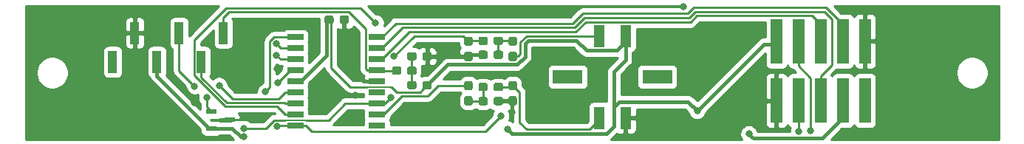
<source format=gbr>
G04 #@! TF.GenerationSoftware,KiCad,Pcbnew,(5.1.4)-1*
G04 #@! TF.CreationDate,2020-01-28T11:55:59-05:00*
G04 #@! TF.ProjectId,PDC1920,50444331-3932-4302-9e6b-696361645f70,rev?*
G04 #@! TF.SameCoordinates,Original*
G04 #@! TF.FileFunction,Copper,L2,Bot*
G04 #@! TF.FilePolarity,Positive*
%FSLAX46Y46*%
G04 Gerber Fmt 4.6, Leading zero omitted, Abs format (unit mm)*
G04 Created by KiCad (PCBNEW (5.1.4)-1) date 2020-01-28 11:55:59*
%MOMM*%
%LPD*%
G04 APERTURE LIST*
%ADD10C,0.100000*%
%ADD11C,0.950000*%
%ADD12R,1.000000X2.510000*%
%ADD13R,1.320800X5.181600*%
%ADD14R,1.850000X0.650000*%
%ADD15R,1.250000X0.600000*%
%ADD16R,1.270000X2.540000*%
%ADD17R,3.430000X1.650000*%
%ADD18C,0.800000*%
%ADD19C,0.254000*%
%ADD20C,0.203200*%
%ADD21C,0.381000*%
G04 APERTURE END LIST*
D10*
G36*
X102114779Y-95033544D02*
G01*
X102137834Y-95036963D01*
X102160443Y-95042627D01*
X102182387Y-95050479D01*
X102203457Y-95060444D01*
X102223448Y-95072426D01*
X102242168Y-95086310D01*
X102259438Y-95101962D01*
X102275090Y-95119232D01*
X102288974Y-95137952D01*
X102300956Y-95157943D01*
X102310921Y-95179013D01*
X102318773Y-95200957D01*
X102324437Y-95223566D01*
X102327856Y-95246621D01*
X102329000Y-95269900D01*
X102329000Y-95844900D01*
X102327856Y-95868179D01*
X102324437Y-95891234D01*
X102318773Y-95913843D01*
X102310921Y-95935787D01*
X102300956Y-95956857D01*
X102288974Y-95976848D01*
X102275090Y-95995568D01*
X102259438Y-96012838D01*
X102242168Y-96028490D01*
X102223448Y-96042374D01*
X102203457Y-96054356D01*
X102182387Y-96064321D01*
X102160443Y-96072173D01*
X102137834Y-96077837D01*
X102114779Y-96081256D01*
X102091500Y-96082400D01*
X101616500Y-96082400D01*
X101593221Y-96081256D01*
X101570166Y-96077837D01*
X101547557Y-96072173D01*
X101525613Y-96064321D01*
X101504543Y-96054356D01*
X101484552Y-96042374D01*
X101465832Y-96028490D01*
X101448562Y-96012838D01*
X101432910Y-95995568D01*
X101419026Y-95976848D01*
X101407044Y-95956857D01*
X101397079Y-95935787D01*
X101389227Y-95913843D01*
X101383563Y-95891234D01*
X101380144Y-95868179D01*
X101379000Y-95844900D01*
X101379000Y-95269900D01*
X101380144Y-95246621D01*
X101383563Y-95223566D01*
X101389227Y-95200957D01*
X101397079Y-95179013D01*
X101407044Y-95157943D01*
X101419026Y-95137952D01*
X101432910Y-95119232D01*
X101448562Y-95101962D01*
X101465832Y-95086310D01*
X101484552Y-95072426D01*
X101504543Y-95060444D01*
X101525613Y-95050479D01*
X101547557Y-95042627D01*
X101570166Y-95036963D01*
X101593221Y-95033544D01*
X101616500Y-95032400D01*
X102091500Y-95032400D01*
X102114779Y-95033544D01*
X102114779Y-95033544D01*
G37*
D11*
X101854000Y-95557400D03*
D10*
G36*
X102114779Y-96783544D02*
G01*
X102137834Y-96786963D01*
X102160443Y-96792627D01*
X102182387Y-96800479D01*
X102203457Y-96810444D01*
X102223448Y-96822426D01*
X102242168Y-96836310D01*
X102259438Y-96851962D01*
X102275090Y-96869232D01*
X102288974Y-96887952D01*
X102300956Y-96907943D01*
X102310921Y-96929013D01*
X102318773Y-96950957D01*
X102324437Y-96973566D01*
X102327856Y-96996621D01*
X102329000Y-97019900D01*
X102329000Y-97594900D01*
X102327856Y-97618179D01*
X102324437Y-97641234D01*
X102318773Y-97663843D01*
X102310921Y-97685787D01*
X102300956Y-97706857D01*
X102288974Y-97726848D01*
X102275090Y-97745568D01*
X102259438Y-97762838D01*
X102242168Y-97778490D01*
X102223448Y-97792374D01*
X102203457Y-97804356D01*
X102182387Y-97814321D01*
X102160443Y-97822173D01*
X102137834Y-97827837D01*
X102114779Y-97831256D01*
X102091500Y-97832400D01*
X101616500Y-97832400D01*
X101593221Y-97831256D01*
X101570166Y-97827837D01*
X101547557Y-97822173D01*
X101525613Y-97814321D01*
X101504543Y-97804356D01*
X101484552Y-97792374D01*
X101465832Y-97778490D01*
X101448562Y-97762838D01*
X101432910Y-97745568D01*
X101419026Y-97726848D01*
X101407044Y-97706857D01*
X101397079Y-97685787D01*
X101389227Y-97663843D01*
X101383563Y-97641234D01*
X101380144Y-97618179D01*
X101379000Y-97594900D01*
X101379000Y-97019900D01*
X101380144Y-96996621D01*
X101383563Y-96973566D01*
X101389227Y-96950957D01*
X101397079Y-96929013D01*
X101407044Y-96907943D01*
X101419026Y-96887952D01*
X101432910Y-96869232D01*
X101448562Y-96851962D01*
X101465832Y-96836310D01*
X101484552Y-96822426D01*
X101504543Y-96810444D01*
X101525613Y-96800479D01*
X101547557Y-96792627D01*
X101570166Y-96786963D01*
X101593221Y-96783544D01*
X101616500Y-96782400D01*
X102091500Y-96782400D01*
X102114779Y-96783544D01*
X102114779Y-96783544D01*
G37*
D11*
X101854000Y-97307400D03*
D10*
G36*
X107194779Y-89950944D02*
G01*
X107217834Y-89954363D01*
X107240443Y-89960027D01*
X107262387Y-89967879D01*
X107283457Y-89977844D01*
X107303448Y-89989826D01*
X107322168Y-90003710D01*
X107339438Y-90019362D01*
X107355090Y-90036632D01*
X107368974Y-90055352D01*
X107380956Y-90075343D01*
X107390921Y-90096413D01*
X107398773Y-90118357D01*
X107404437Y-90140966D01*
X107407856Y-90164021D01*
X107409000Y-90187300D01*
X107409000Y-90762300D01*
X107407856Y-90785579D01*
X107404437Y-90808634D01*
X107398773Y-90831243D01*
X107390921Y-90853187D01*
X107380956Y-90874257D01*
X107368974Y-90894248D01*
X107355090Y-90912968D01*
X107339438Y-90930238D01*
X107322168Y-90945890D01*
X107303448Y-90959774D01*
X107283457Y-90971756D01*
X107262387Y-90981721D01*
X107240443Y-90989573D01*
X107217834Y-90995237D01*
X107194779Y-90998656D01*
X107171500Y-90999800D01*
X106696500Y-90999800D01*
X106673221Y-90998656D01*
X106650166Y-90995237D01*
X106627557Y-90989573D01*
X106605613Y-90981721D01*
X106584543Y-90971756D01*
X106564552Y-90959774D01*
X106545832Y-90945890D01*
X106528562Y-90930238D01*
X106512910Y-90912968D01*
X106499026Y-90894248D01*
X106487044Y-90874257D01*
X106477079Y-90853187D01*
X106469227Y-90831243D01*
X106463563Y-90808634D01*
X106460144Y-90785579D01*
X106459000Y-90762300D01*
X106459000Y-90187300D01*
X106460144Y-90164021D01*
X106463563Y-90140966D01*
X106469227Y-90118357D01*
X106477079Y-90096413D01*
X106487044Y-90075343D01*
X106499026Y-90055352D01*
X106512910Y-90036632D01*
X106528562Y-90019362D01*
X106545832Y-90003710D01*
X106564552Y-89989826D01*
X106584543Y-89977844D01*
X106605613Y-89967879D01*
X106627557Y-89960027D01*
X106650166Y-89954363D01*
X106673221Y-89950944D01*
X106696500Y-89949800D01*
X107171500Y-89949800D01*
X107194779Y-89950944D01*
X107194779Y-89950944D01*
G37*
D11*
X106934000Y-90474800D03*
D10*
G36*
X107194779Y-91700944D02*
G01*
X107217834Y-91704363D01*
X107240443Y-91710027D01*
X107262387Y-91717879D01*
X107283457Y-91727844D01*
X107303448Y-91739826D01*
X107322168Y-91753710D01*
X107339438Y-91769362D01*
X107355090Y-91786632D01*
X107368974Y-91805352D01*
X107380956Y-91825343D01*
X107390921Y-91846413D01*
X107398773Y-91868357D01*
X107404437Y-91890966D01*
X107407856Y-91914021D01*
X107409000Y-91937300D01*
X107409000Y-92512300D01*
X107407856Y-92535579D01*
X107404437Y-92558634D01*
X107398773Y-92581243D01*
X107390921Y-92603187D01*
X107380956Y-92624257D01*
X107368974Y-92644248D01*
X107355090Y-92662968D01*
X107339438Y-92680238D01*
X107322168Y-92695890D01*
X107303448Y-92709774D01*
X107283457Y-92721756D01*
X107262387Y-92731721D01*
X107240443Y-92739573D01*
X107217834Y-92745237D01*
X107194779Y-92748656D01*
X107171500Y-92749800D01*
X106696500Y-92749800D01*
X106673221Y-92748656D01*
X106650166Y-92745237D01*
X106627557Y-92739573D01*
X106605613Y-92731721D01*
X106584543Y-92721756D01*
X106564552Y-92709774D01*
X106545832Y-92695890D01*
X106528562Y-92680238D01*
X106512910Y-92662968D01*
X106499026Y-92644248D01*
X106487044Y-92624257D01*
X106477079Y-92603187D01*
X106469227Y-92581243D01*
X106463563Y-92558634D01*
X106460144Y-92535579D01*
X106459000Y-92512300D01*
X106459000Y-91937300D01*
X106460144Y-91914021D01*
X106463563Y-91890966D01*
X106469227Y-91868357D01*
X106477079Y-91846413D01*
X106487044Y-91825343D01*
X106499026Y-91805352D01*
X106512910Y-91786632D01*
X106528562Y-91769362D01*
X106545832Y-91753710D01*
X106564552Y-91739826D01*
X106584543Y-91727844D01*
X106605613Y-91717879D01*
X106627557Y-91710027D01*
X106650166Y-91704363D01*
X106673221Y-91700944D01*
X106696500Y-91699800D01*
X107171500Y-91699800D01*
X107194779Y-91700944D01*
X107194779Y-91700944D01*
G37*
D11*
X106934000Y-92224800D03*
D10*
G36*
X103843779Y-95258744D02*
G01*
X103866834Y-95262163D01*
X103889443Y-95267827D01*
X103911387Y-95275679D01*
X103932457Y-95285644D01*
X103952448Y-95297626D01*
X103971168Y-95311510D01*
X103988438Y-95327162D01*
X104004090Y-95344432D01*
X104017974Y-95363152D01*
X104029956Y-95383143D01*
X104039921Y-95404213D01*
X104047773Y-95426157D01*
X104053437Y-95448766D01*
X104056856Y-95471821D01*
X104058000Y-95495100D01*
X104058000Y-95970100D01*
X104056856Y-95993379D01*
X104053437Y-96016434D01*
X104047773Y-96039043D01*
X104039921Y-96060987D01*
X104029956Y-96082057D01*
X104017974Y-96102048D01*
X104004090Y-96120768D01*
X103988438Y-96138038D01*
X103971168Y-96153690D01*
X103952448Y-96167574D01*
X103932457Y-96179556D01*
X103911387Y-96189521D01*
X103889443Y-96197373D01*
X103866834Y-96203037D01*
X103843779Y-96206456D01*
X103820500Y-96207600D01*
X103245500Y-96207600D01*
X103222221Y-96206456D01*
X103199166Y-96203037D01*
X103176557Y-96197373D01*
X103154613Y-96189521D01*
X103133543Y-96179556D01*
X103113552Y-96167574D01*
X103094832Y-96153690D01*
X103077562Y-96138038D01*
X103061910Y-96120768D01*
X103048026Y-96102048D01*
X103036044Y-96082057D01*
X103026079Y-96060987D01*
X103018227Y-96039043D01*
X103012563Y-96016434D01*
X103009144Y-95993379D01*
X103008000Y-95970100D01*
X103008000Y-95495100D01*
X103009144Y-95471821D01*
X103012563Y-95448766D01*
X103018227Y-95426157D01*
X103026079Y-95404213D01*
X103036044Y-95383143D01*
X103048026Y-95363152D01*
X103061910Y-95344432D01*
X103077562Y-95327162D01*
X103094832Y-95311510D01*
X103113552Y-95297626D01*
X103133543Y-95285644D01*
X103154613Y-95275679D01*
X103176557Y-95267827D01*
X103199166Y-95262163D01*
X103222221Y-95258744D01*
X103245500Y-95257600D01*
X103820500Y-95257600D01*
X103843779Y-95258744D01*
X103843779Y-95258744D01*
G37*
D11*
X103533000Y-95732600D03*
D10*
G36*
X105593779Y-95258744D02*
G01*
X105616834Y-95262163D01*
X105639443Y-95267827D01*
X105661387Y-95275679D01*
X105682457Y-95285644D01*
X105702448Y-95297626D01*
X105721168Y-95311510D01*
X105738438Y-95327162D01*
X105754090Y-95344432D01*
X105767974Y-95363152D01*
X105779956Y-95383143D01*
X105789921Y-95404213D01*
X105797773Y-95426157D01*
X105803437Y-95448766D01*
X105806856Y-95471821D01*
X105808000Y-95495100D01*
X105808000Y-95970100D01*
X105806856Y-95993379D01*
X105803437Y-96016434D01*
X105797773Y-96039043D01*
X105789921Y-96060987D01*
X105779956Y-96082057D01*
X105767974Y-96102048D01*
X105754090Y-96120768D01*
X105738438Y-96138038D01*
X105721168Y-96153690D01*
X105702448Y-96167574D01*
X105682457Y-96179556D01*
X105661387Y-96189521D01*
X105639443Y-96197373D01*
X105616834Y-96203037D01*
X105593779Y-96206456D01*
X105570500Y-96207600D01*
X104995500Y-96207600D01*
X104972221Y-96206456D01*
X104949166Y-96203037D01*
X104926557Y-96197373D01*
X104904613Y-96189521D01*
X104883543Y-96179556D01*
X104863552Y-96167574D01*
X104844832Y-96153690D01*
X104827562Y-96138038D01*
X104811910Y-96120768D01*
X104798026Y-96102048D01*
X104786044Y-96082057D01*
X104776079Y-96060987D01*
X104768227Y-96039043D01*
X104762563Y-96016434D01*
X104759144Y-95993379D01*
X104758000Y-95970100D01*
X104758000Y-95495100D01*
X104759144Y-95471821D01*
X104762563Y-95448766D01*
X104768227Y-95426157D01*
X104776079Y-95404213D01*
X104786044Y-95383143D01*
X104798026Y-95363152D01*
X104811910Y-95344432D01*
X104827562Y-95327162D01*
X104844832Y-95311510D01*
X104863552Y-95297626D01*
X104883543Y-95285644D01*
X104904613Y-95275679D01*
X104926557Y-95267827D01*
X104949166Y-95262163D01*
X104972221Y-95258744D01*
X104995500Y-95257600D01*
X105570500Y-95257600D01*
X105593779Y-95258744D01*
X105593779Y-95258744D01*
G37*
D11*
X105283000Y-95732600D03*
D10*
G36*
X103843779Y-89950144D02*
G01*
X103866834Y-89953563D01*
X103889443Y-89959227D01*
X103911387Y-89967079D01*
X103932457Y-89977044D01*
X103952448Y-89989026D01*
X103971168Y-90002910D01*
X103988438Y-90018562D01*
X104004090Y-90035832D01*
X104017974Y-90054552D01*
X104029956Y-90074543D01*
X104039921Y-90095613D01*
X104047773Y-90117557D01*
X104053437Y-90140166D01*
X104056856Y-90163221D01*
X104058000Y-90186500D01*
X104058000Y-90661500D01*
X104056856Y-90684779D01*
X104053437Y-90707834D01*
X104047773Y-90730443D01*
X104039921Y-90752387D01*
X104029956Y-90773457D01*
X104017974Y-90793448D01*
X104004090Y-90812168D01*
X103988438Y-90829438D01*
X103971168Y-90845090D01*
X103952448Y-90858974D01*
X103932457Y-90870956D01*
X103911387Y-90880921D01*
X103889443Y-90888773D01*
X103866834Y-90894437D01*
X103843779Y-90897856D01*
X103820500Y-90899000D01*
X103245500Y-90899000D01*
X103222221Y-90897856D01*
X103199166Y-90894437D01*
X103176557Y-90888773D01*
X103154613Y-90880921D01*
X103133543Y-90870956D01*
X103113552Y-90858974D01*
X103094832Y-90845090D01*
X103077562Y-90829438D01*
X103061910Y-90812168D01*
X103048026Y-90793448D01*
X103036044Y-90773457D01*
X103026079Y-90752387D01*
X103018227Y-90730443D01*
X103012563Y-90707834D01*
X103009144Y-90684779D01*
X103008000Y-90661500D01*
X103008000Y-90186500D01*
X103009144Y-90163221D01*
X103012563Y-90140166D01*
X103018227Y-90117557D01*
X103026079Y-90095613D01*
X103036044Y-90074543D01*
X103048026Y-90054552D01*
X103061910Y-90035832D01*
X103077562Y-90018562D01*
X103094832Y-90002910D01*
X103113552Y-89989026D01*
X103133543Y-89977044D01*
X103154613Y-89967079D01*
X103176557Y-89959227D01*
X103199166Y-89953563D01*
X103222221Y-89950144D01*
X103245500Y-89949000D01*
X103820500Y-89949000D01*
X103843779Y-89950144D01*
X103843779Y-89950144D01*
G37*
D11*
X103533000Y-90424000D03*
D10*
G36*
X105593779Y-89950144D02*
G01*
X105616834Y-89953563D01*
X105639443Y-89959227D01*
X105661387Y-89967079D01*
X105682457Y-89977044D01*
X105702448Y-89989026D01*
X105721168Y-90002910D01*
X105738438Y-90018562D01*
X105754090Y-90035832D01*
X105767974Y-90054552D01*
X105779956Y-90074543D01*
X105789921Y-90095613D01*
X105797773Y-90117557D01*
X105803437Y-90140166D01*
X105806856Y-90163221D01*
X105808000Y-90186500D01*
X105808000Y-90661500D01*
X105806856Y-90684779D01*
X105803437Y-90707834D01*
X105797773Y-90730443D01*
X105789921Y-90752387D01*
X105779956Y-90773457D01*
X105767974Y-90793448D01*
X105754090Y-90812168D01*
X105738438Y-90829438D01*
X105721168Y-90845090D01*
X105702448Y-90858974D01*
X105682457Y-90870956D01*
X105661387Y-90880921D01*
X105639443Y-90888773D01*
X105616834Y-90894437D01*
X105593779Y-90897856D01*
X105570500Y-90899000D01*
X104995500Y-90899000D01*
X104972221Y-90897856D01*
X104949166Y-90894437D01*
X104926557Y-90888773D01*
X104904613Y-90880921D01*
X104883543Y-90870956D01*
X104863552Y-90858974D01*
X104844832Y-90845090D01*
X104827562Y-90829438D01*
X104811910Y-90812168D01*
X104798026Y-90793448D01*
X104786044Y-90773457D01*
X104776079Y-90752387D01*
X104768227Y-90730443D01*
X104762563Y-90707834D01*
X104759144Y-90684779D01*
X104758000Y-90661500D01*
X104758000Y-90186500D01*
X104759144Y-90163221D01*
X104762563Y-90140166D01*
X104768227Y-90117557D01*
X104776079Y-90095613D01*
X104786044Y-90074543D01*
X104798026Y-90054552D01*
X104811910Y-90035832D01*
X104827562Y-90018562D01*
X104844832Y-90002910D01*
X104863552Y-89989026D01*
X104883543Y-89977044D01*
X104904613Y-89967079D01*
X104926557Y-89959227D01*
X104949166Y-89953563D01*
X104972221Y-89950144D01*
X104995500Y-89949000D01*
X105570500Y-89949000D01*
X105593779Y-89950144D01*
X105593779Y-89950144D01*
G37*
D11*
X105283000Y-90424000D03*
D10*
G36*
X105593779Y-96871644D02*
G01*
X105616834Y-96875063D01*
X105639443Y-96880727D01*
X105661387Y-96888579D01*
X105682457Y-96898544D01*
X105702448Y-96910526D01*
X105721168Y-96924410D01*
X105738438Y-96940062D01*
X105754090Y-96957332D01*
X105767974Y-96976052D01*
X105779956Y-96996043D01*
X105789921Y-97017113D01*
X105797773Y-97039057D01*
X105803437Y-97061666D01*
X105806856Y-97084721D01*
X105808000Y-97108000D01*
X105808000Y-97583000D01*
X105806856Y-97606279D01*
X105803437Y-97629334D01*
X105797773Y-97651943D01*
X105789921Y-97673887D01*
X105779956Y-97694957D01*
X105767974Y-97714948D01*
X105754090Y-97733668D01*
X105738438Y-97750938D01*
X105721168Y-97766590D01*
X105702448Y-97780474D01*
X105682457Y-97792456D01*
X105661387Y-97802421D01*
X105639443Y-97810273D01*
X105616834Y-97815937D01*
X105593779Y-97819356D01*
X105570500Y-97820500D01*
X104995500Y-97820500D01*
X104972221Y-97819356D01*
X104949166Y-97815937D01*
X104926557Y-97810273D01*
X104904613Y-97802421D01*
X104883543Y-97792456D01*
X104863552Y-97780474D01*
X104844832Y-97766590D01*
X104827562Y-97750938D01*
X104811910Y-97733668D01*
X104798026Y-97714948D01*
X104786044Y-97694957D01*
X104776079Y-97673887D01*
X104768227Y-97651943D01*
X104762563Y-97629334D01*
X104759144Y-97606279D01*
X104758000Y-97583000D01*
X104758000Y-97108000D01*
X104759144Y-97084721D01*
X104762563Y-97061666D01*
X104768227Y-97039057D01*
X104776079Y-97017113D01*
X104786044Y-96996043D01*
X104798026Y-96976052D01*
X104811910Y-96957332D01*
X104827562Y-96940062D01*
X104844832Y-96924410D01*
X104863552Y-96910526D01*
X104883543Y-96898544D01*
X104904613Y-96888579D01*
X104926557Y-96880727D01*
X104949166Y-96875063D01*
X104972221Y-96871644D01*
X104995500Y-96870500D01*
X105570500Y-96870500D01*
X105593779Y-96871644D01*
X105593779Y-96871644D01*
G37*
D11*
X105283000Y-97345500D03*
D10*
G36*
X103843779Y-96871644D02*
G01*
X103866834Y-96875063D01*
X103889443Y-96880727D01*
X103911387Y-96888579D01*
X103932457Y-96898544D01*
X103952448Y-96910526D01*
X103971168Y-96924410D01*
X103988438Y-96940062D01*
X104004090Y-96957332D01*
X104017974Y-96976052D01*
X104029956Y-96996043D01*
X104039921Y-97017113D01*
X104047773Y-97039057D01*
X104053437Y-97061666D01*
X104056856Y-97084721D01*
X104058000Y-97108000D01*
X104058000Y-97583000D01*
X104056856Y-97606279D01*
X104053437Y-97629334D01*
X104047773Y-97651943D01*
X104039921Y-97673887D01*
X104029956Y-97694957D01*
X104017974Y-97714948D01*
X104004090Y-97733668D01*
X103988438Y-97750938D01*
X103971168Y-97766590D01*
X103952448Y-97780474D01*
X103932457Y-97792456D01*
X103911387Y-97802421D01*
X103889443Y-97810273D01*
X103866834Y-97815937D01*
X103843779Y-97819356D01*
X103820500Y-97820500D01*
X103245500Y-97820500D01*
X103222221Y-97819356D01*
X103199166Y-97815937D01*
X103176557Y-97810273D01*
X103154613Y-97802421D01*
X103133543Y-97792456D01*
X103113552Y-97780474D01*
X103094832Y-97766590D01*
X103077562Y-97750938D01*
X103061910Y-97733668D01*
X103048026Y-97714948D01*
X103036044Y-97694957D01*
X103026079Y-97673887D01*
X103018227Y-97651943D01*
X103012563Y-97629334D01*
X103009144Y-97606279D01*
X103008000Y-97583000D01*
X103008000Y-97108000D01*
X103009144Y-97084721D01*
X103012563Y-97061666D01*
X103018227Y-97039057D01*
X103026079Y-97017113D01*
X103036044Y-96996043D01*
X103048026Y-96976052D01*
X103061910Y-96957332D01*
X103077562Y-96940062D01*
X103094832Y-96924410D01*
X103113552Y-96910526D01*
X103133543Y-96898544D01*
X103154613Y-96888579D01*
X103176557Y-96880727D01*
X103199166Y-96875063D01*
X103222221Y-96871644D01*
X103245500Y-96870500D01*
X103820500Y-96870500D01*
X103843779Y-96871644D01*
X103843779Y-96871644D01*
G37*
D11*
X103533000Y-97345500D03*
D10*
G36*
X102114779Y-91700944D02*
G01*
X102137834Y-91704363D01*
X102160443Y-91710027D01*
X102182387Y-91717879D01*
X102203457Y-91727844D01*
X102223448Y-91739826D01*
X102242168Y-91753710D01*
X102259438Y-91769362D01*
X102275090Y-91786632D01*
X102288974Y-91805352D01*
X102300956Y-91825343D01*
X102310921Y-91846413D01*
X102318773Y-91868357D01*
X102324437Y-91890966D01*
X102327856Y-91914021D01*
X102329000Y-91937300D01*
X102329000Y-92512300D01*
X102327856Y-92535579D01*
X102324437Y-92558634D01*
X102318773Y-92581243D01*
X102310921Y-92603187D01*
X102300956Y-92624257D01*
X102288974Y-92644248D01*
X102275090Y-92662968D01*
X102259438Y-92680238D01*
X102242168Y-92695890D01*
X102223448Y-92709774D01*
X102203457Y-92721756D01*
X102182387Y-92731721D01*
X102160443Y-92739573D01*
X102137834Y-92745237D01*
X102114779Y-92748656D01*
X102091500Y-92749800D01*
X101616500Y-92749800D01*
X101593221Y-92748656D01*
X101570166Y-92745237D01*
X101547557Y-92739573D01*
X101525613Y-92731721D01*
X101504543Y-92721756D01*
X101484552Y-92709774D01*
X101465832Y-92695890D01*
X101448562Y-92680238D01*
X101432910Y-92662968D01*
X101419026Y-92644248D01*
X101407044Y-92624257D01*
X101397079Y-92603187D01*
X101389227Y-92581243D01*
X101383563Y-92558634D01*
X101380144Y-92535579D01*
X101379000Y-92512300D01*
X101379000Y-91937300D01*
X101380144Y-91914021D01*
X101383563Y-91890966D01*
X101389227Y-91868357D01*
X101397079Y-91846413D01*
X101407044Y-91825343D01*
X101419026Y-91805352D01*
X101432910Y-91786632D01*
X101448562Y-91769362D01*
X101465832Y-91753710D01*
X101484552Y-91739826D01*
X101504543Y-91727844D01*
X101525613Y-91717879D01*
X101547557Y-91710027D01*
X101570166Y-91704363D01*
X101593221Y-91700944D01*
X101616500Y-91699800D01*
X102091500Y-91699800D01*
X102114779Y-91700944D01*
X102114779Y-91700944D01*
G37*
D11*
X101854000Y-92224800D03*
D10*
G36*
X102114779Y-89950944D02*
G01*
X102137834Y-89954363D01*
X102160443Y-89960027D01*
X102182387Y-89967879D01*
X102203457Y-89977844D01*
X102223448Y-89989826D01*
X102242168Y-90003710D01*
X102259438Y-90019362D01*
X102275090Y-90036632D01*
X102288974Y-90055352D01*
X102300956Y-90075343D01*
X102310921Y-90096413D01*
X102318773Y-90118357D01*
X102324437Y-90140966D01*
X102327856Y-90164021D01*
X102329000Y-90187300D01*
X102329000Y-90762300D01*
X102327856Y-90785579D01*
X102324437Y-90808634D01*
X102318773Y-90831243D01*
X102310921Y-90853187D01*
X102300956Y-90874257D01*
X102288974Y-90894248D01*
X102275090Y-90912968D01*
X102259438Y-90930238D01*
X102242168Y-90945890D01*
X102223448Y-90959774D01*
X102203457Y-90971756D01*
X102182387Y-90981721D01*
X102160443Y-90989573D01*
X102137834Y-90995237D01*
X102114779Y-90998656D01*
X102091500Y-90999800D01*
X101616500Y-90999800D01*
X101593221Y-90998656D01*
X101570166Y-90995237D01*
X101547557Y-90989573D01*
X101525613Y-90981721D01*
X101504543Y-90971756D01*
X101484552Y-90959774D01*
X101465832Y-90945890D01*
X101448562Y-90930238D01*
X101432910Y-90912968D01*
X101419026Y-90894248D01*
X101407044Y-90874257D01*
X101397079Y-90853187D01*
X101389227Y-90831243D01*
X101383563Y-90808634D01*
X101380144Y-90785579D01*
X101379000Y-90762300D01*
X101379000Y-90187300D01*
X101380144Y-90164021D01*
X101383563Y-90140966D01*
X101389227Y-90118357D01*
X101397079Y-90096413D01*
X101407044Y-90075343D01*
X101419026Y-90055352D01*
X101432910Y-90036632D01*
X101448562Y-90019362D01*
X101465832Y-90003710D01*
X101484552Y-89989826D01*
X101504543Y-89977844D01*
X101525613Y-89967879D01*
X101547557Y-89960027D01*
X101570166Y-89954363D01*
X101593221Y-89950944D01*
X101616500Y-89949800D01*
X102091500Y-89949800D01*
X102114779Y-89950944D01*
X102114779Y-89950944D01*
G37*
D11*
X101854000Y-90474800D03*
D10*
G36*
X107194779Y-96783544D02*
G01*
X107217834Y-96786963D01*
X107240443Y-96792627D01*
X107262387Y-96800479D01*
X107283457Y-96810444D01*
X107303448Y-96822426D01*
X107322168Y-96836310D01*
X107339438Y-96851962D01*
X107355090Y-96869232D01*
X107368974Y-96887952D01*
X107380956Y-96907943D01*
X107390921Y-96929013D01*
X107398773Y-96950957D01*
X107404437Y-96973566D01*
X107407856Y-96996621D01*
X107409000Y-97019900D01*
X107409000Y-97594900D01*
X107407856Y-97618179D01*
X107404437Y-97641234D01*
X107398773Y-97663843D01*
X107390921Y-97685787D01*
X107380956Y-97706857D01*
X107368974Y-97726848D01*
X107355090Y-97745568D01*
X107339438Y-97762838D01*
X107322168Y-97778490D01*
X107303448Y-97792374D01*
X107283457Y-97804356D01*
X107262387Y-97814321D01*
X107240443Y-97822173D01*
X107217834Y-97827837D01*
X107194779Y-97831256D01*
X107171500Y-97832400D01*
X106696500Y-97832400D01*
X106673221Y-97831256D01*
X106650166Y-97827837D01*
X106627557Y-97822173D01*
X106605613Y-97814321D01*
X106584543Y-97804356D01*
X106564552Y-97792374D01*
X106545832Y-97778490D01*
X106528562Y-97762838D01*
X106512910Y-97745568D01*
X106499026Y-97726848D01*
X106487044Y-97706857D01*
X106477079Y-97685787D01*
X106469227Y-97663843D01*
X106463563Y-97641234D01*
X106460144Y-97618179D01*
X106459000Y-97594900D01*
X106459000Y-97019900D01*
X106460144Y-96996621D01*
X106463563Y-96973566D01*
X106469227Y-96950957D01*
X106477079Y-96929013D01*
X106487044Y-96907943D01*
X106499026Y-96887952D01*
X106512910Y-96869232D01*
X106528562Y-96851962D01*
X106545832Y-96836310D01*
X106564552Y-96822426D01*
X106584543Y-96810444D01*
X106605613Y-96800479D01*
X106627557Y-96792627D01*
X106650166Y-96786963D01*
X106673221Y-96783544D01*
X106696500Y-96782400D01*
X107171500Y-96782400D01*
X107194779Y-96783544D01*
X107194779Y-96783544D01*
G37*
D11*
X106934000Y-97307400D03*
D10*
G36*
X107194779Y-95033544D02*
G01*
X107217834Y-95036963D01*
X107240443Y-95042627D01*
X107262387Y-95050479D01*
X107283457Y-95060444D01*
X107303448Y-95072426D01*
X107322168Y-95086310D01*
X107339438Y-95101962D01*
X107355090Y-95119232D01*
X107368974Y-95137952D01*
X107380956Y-95157943D01*
X107390921Y-95179013D01*
X107398773Y-95200957D01*
X107404437Y-95223566D01*
X107407856Y-95246621D01*
X107409000Y-95269900D01*
X107409000Y-95844900D01*
X107407856Y-95868179D01*
X107404437Y-95891234D01*
X107398773Y-95913843D01*
X107390921Y-95935787D01*
X107380956Y-95956857D01*
X107368974Y-95976848D01*
X107355090Y-95995568D01*
X107339438Y-96012838D01*
X107322168Y-96028490D01*
X107303448Y-96042374D01*
X107283457Y-96054356D01*
X107262387Y-96064321D01*
X107240443Y-96072173D01*
X107217834Y-96077837D01*
X107194779Y-96081256D01*
X107171500Y-96082400D01*
X106696500Y-96082400D01*
X106673221Y-96081256D01*
X106650166Y-96077837D01*
X106627557Y-96072173D01*
X106605613Y-96064321D01*
X106584543Y-96054356D01*
X106564552Y-96042374D01*
X106545832Y-96028490D01*
X106528562Y-96012838D01*
X106512910Y-95995568D01*
X106499026Y-95976848D01*
X106487044Y-95956857D01*
X106477079Y-95935787D01*
X106469227Y-95913843D01*
X106463563Y-95891234D01*
X106460144Y-95868179D01*
X106459000Y-95844900D01*
X106459000Y-95269900D01*
X106460144Y-95246621D01*
X106463563Y-95223566D01*
X106469227Y-95200957D01*
X106477079Y-95179013D01*
X106487044Y-95157943D01*
X106499026Y-95137952D01*
X106512910Y-95119232D01*
X106528562Y-95101962D01*
X106545832Y-95086310D01*
X106564552Y-95072426D01*
X106584543Y-95060444D01*
X106605613Y-95050479D01*
X106627557Y-95042627D01*
X106650166Y-95036963D01*
X106673221Y-95033544D01*
X106696500Y-95032400D01*
X107171500Y-95032400D01*
X107194779Y-95033544D01*
X107194779Y-95033544D01*
G37*
D11*
X106934000Y-95557400D03*
D10*
G36*
X103843779Y-91550344D02*
G01*
X103866834Y-91553763D01*
X103889443Y-91559427D01*
X103911387Y-91567279D01*
X103932457Y-91577244D01*
X103952448Y-91589226D01*
X103971168Y-91603110D01*
X103988438Y-91618762D01*
X104004090Y-91636032D01*
X104017974Y-91654752D01*
X104029956Y-91674743D01*
X104039921Y-91695813D01*
X104047773Y-91717757D01*
X104053437Y-91740366D01*
X104056856Y-91763421D01*
X104058000Y-91786700D01*
X104058000Y-92261700D01*
X104056856Y-92284979D01*
X104053437Y-92308034D01*
X104047773Y-92330643D01*
X104039921Y-92352587D01*
X104029956Y-92373657D01*
X104017974Y-92393648D01*
X104004090Y-92412368D01*
X103988438Y-92429638D01*
X103971168Y-92445290D01*
X103952448Y-92459174D01*
X103932457Y-92471156D01*
X103911387Y-92481121D01*
X103889443Y-92488973D01*
X103866834Y-92494637D01*
X103843779Y-92498056D01*
X103820500Y-92499200D01*
X103245500Y-92499200D01*
X103222221Y-92498056D01*
X103199166Y-92494637D01*
X103176557Y-92488973D01*
X103154613Y-92481121D01*
X103133543Y-92471156D01*
X103113552Y-92459174D01*
X103094832Y-92445290D01*
X103077562Y-92429638D01*
X103061910Y-92412368D01*
X103048026Y-92393648D01*
X103036044Y-92373657D01*
X103026079Y-92352587D01*
X103018227Y-92330643D01*
X103012563Y-92308034D01*
X103009144Y-92284979D01*
X103008000Y-92261700D01*
X103008000Y-91786700D01*
X103009144Y-91763421D01*
X103012563Y-91740366D01*
X103018227Y-91717757D01*
X103026079Y-91695813D01*
X103036044Y-91674743D01*
X103048026Y-91654752D01*
X103061910Y-91636032D01*
X103077562Y-91618762D01*
X103094832Y-91603110D01*
X103113552Y-91589226D01*
X103133543Y-91577244D01*
X103154613Y-91567279D01*
X103176557Y-91559427D01*
X103199166Y-91553763D01*
X103222221Y-91550344D01*
X103245500Y-91549200D01*
X103820500Y-91549200D01*
X103843779Y-91550344D01*
X103843779Y-91550344D01*
G37*
D11*
X103533000Y-92024200D03*
D10*
G36*
X105593779Y-91550344D02*
G01*
X105616834Y-91553763D01*
X105639443Y-91559427D01*
X105661387Y-91567279D01*
X105682457Y-91577244D01*
X105702448Y-91589226D01*
X105721168Y-91603110D01*
X105738438Y-91618762D01*
X105754090Y-91636032D01*
X105767974Y-91654752D01*
X105779956Y-91674743D01*
X105789921Y-91695813D01*
X105797773Y-91717757D01*
X105803437Y-91740366D01*
X105806856Y-91763421D01*
X105808000Y-91786700D01*
X105808000Y-92261700D01*
X105806856Y-92284979D01*
X105803437Y-92308034D01*
X105797773Y-92330643D01*
X105789921Y-92352587D01*
X105779956Y-92373657D01*
X105767974Y-92393648D01*
X105754090Y-92412368D01*
X105738438Y-92429638D01*
X105721168Y-92445290D01*
X105702448Y-92459174D01*
X105682457Y-92471156D01*
X105661387Y-92481121D01*
X105639443Y-92488973D01*
X105616834Y-92494637D01*
X105593779Y-92498056D01*
X105570500Y-92499200D01*
X104995500Y-92499200D01*
X104972221Y-92498056D01*
X104949166Y-92494637D01*
X104926557Y-92488973D01*
X104904613Y-92481121D01*
X104883543Y-92471156D01*
X104863552Y-92459174D01*
X104844832Y-92445290D01*
X104827562Y-92429638D01*
X104811910Y-92412368D01*
X104798026Y-92393648D01*
X104786044Y-92373657D01*
X104776079Y-92352587D01*
X104768227Y-92330643D01*
X104762563Y-92308034D01*
X104759144Y-92284979D01*
X104758000Y-92261700D01*
X104758000Y-91786700D01*
X104759144Y-91763421D01*
X104762563Y-91740366D01*
X104768227Y-91717757D01*
X104776079Y-91695813D01*
X104786044Y-91674743D01*
X104798026Y-91654752D01*
X104811910Y-91636032D01*
X104827562Y-91618762D01*
X104844832Y-91603110D01*
X104863552Y-91589226D01*
X104883543Y-91577244D01*
X104904613Y-91567279D01*
X104926557Y-91559427D01*
X104949166Y-91553763D01*
X104972221Y-91550344D01*
X104995500Y-91549200D01*
X105570500Y-91549200D01*
X105593779Y-91550344D01*
X105593779Y-91550344D01*
G37*
D11*
X105283000Y-92024200D03*
D12*
X63627000Y-89531000D03*
X68707000Y-89531000D03*
X73787000Y-89531000D03*
X61087000Y-92841000D03*
X66167000Y-92841000D03*
X71247000Y-92841000D03*
D13*
X147320000Y-97282000D03*
X147320000Y-90474800D03*
X144780000Y-97282000D03*
X144780000Y-90474800D03*
X142240000Y-97282000D03*
X142240000Y-90474800D03*
X139700000Y-97282000D03*
X139700000Y-90474800D03*
X137160000Y-97282000D03*
X137160000Y-90474800D03*
D14*
X91382980Y-89979500D03*
X91382980Y-91249500D03*
X91382980Y-92519500D03*
X91382980Y-93789500D03*
X91382980Y-95059500D03*
X91382980Y-96329500D03*
X91382980Y-97599500D03*
X91382980Y-98869500D03*
X91382980Y-100139500D03*
X82032980Y-100139500D03*
X82032980Y-98869500D03*
X82032980Y-97599500D03*
X82032980Y-96329500D03*
X82032980Y-95059500D03*
X82032980Y-93789500D03*
X82032980Y-92519500D03*
X82032980Y-91249500D03*
X82032980Y-89979500D03*
D15*
X72390000Y-100452000D03*
X72390000Y-98552000D03*
X74490000Y-99502000D03*
D10*
G36*
X95687779Y-93379144D02*
G01*
X95710834Y-93382563D01*
X95733443Y-93388227D01*
X95755387Y-93396079D01*
X95776457Y-93406044D01*
X95796448Y-93418026D01*
X95815168Y-93431910D01*
X95832438Y-93447562D01*
X95848090Y-93464832D01*
X95861974Y-93483552D01*
X95873956Y-93503543D01*
X95883921Y-93524613D01*
X95891773Y-93546557D01*
X95897437Y-93569166D01*
X95900856Y-93592221D01*
X95902000Y-93615500D01*
X95902000Y-94090500D01*
X95900856Y-94113779D01*
X95897437Y-94136834D01*
X95891773Y-94159443D01*
X95883921Y-94181387D01*
X95873956Y-94202457D01*
X95861974Y-94222448D01*
X95848090Y-94241168D01*
X95832438Y-94258438D01*
X95815168Y-94274090D01*
X95796448Y-94287974D01*
X95776457Y-94299956D01*
X95755387Y-94309921D01*
X95733443Y-94317773D01*
X95710834Y-94323437D01*
X95687779Y-94326856D01*
X95664500Y-94328000D01*
X95089500Y-94328000D01*
X95066221Y-94326856D01*
X95043166Y-94323437D01*
X95020557Y-94317773D01*
X94998613Y-94309921D01*
X94977543Y-94299956D01*
X94957552Y-94287974D01*
X94938832Y-94274090D01*
X94921562Y-94258438D01*
X94905910Y-94241168D01*
X94892026Y-94222448D01*
X94880044Y-94202457D01*
X94870079Y-94181387D01*
X94862227Y-94159443D01*
X94856563Y-94136834D01*
X94853144Y-94113779D01*
X94852000Y-94090500D01*
X94852000Y-93615500D01*
X94853144Y-93592221D01*
X94856563Y-93569166D01*
X94862227Y-93546557D01*
X94870079Y-93524613D01*
X94880044Y-93503543D01*
X94892026Y-93483552D01*
X94905910Y-93464832D01*
X94921562Y-93447562D01*
X94938832Y-93431910D01*
X94957552Y-93418026D01*
X94977543Y-93406044D01*
X94998613Y-93396079D01*
X95020557Y-93388227D01*
X95043166Y-93382563D01*
X95066221Y-93379144D01*
X95089500Y-93378000D01*
X95664500Y-93378000D01*
X95687779Y-93379144D01*
X95687779Y-93379144D01*
G37*
D11*
X95377000Y-93853000D03*
D10*
G36*
X93937779Y-93379144D02*
G01*
X93960834Y-93382563D01*
X93983443Y-93388227D01*
X94005387Y-93396079D01*
X94026457Y-93406044D01*
X94046448Y-93418026D01*
X94065168Y-93431910D01*
X94082438Y-93447562D01*
X94098090Y-93464832D01*
X94111974Y-93483552D01*
X94123956Y-93503543D01*
X94133921Y-93524613D01*
X94141773Y-93546557D01*
X94147437Y-93569166D01*
X94150856Y-93592221D01*
X94152000Y-93615500D01*
X94152000Y-94090500D01*
X94150856Y-94113779D01*
X94147437Y-94136834D01*
X94141773Y-94159443D01*
X94133921Y-94181387D01*
X94123956Y-94202457D01*
X94111974Y-94222448D01*
X94098090Y-94241168D01*
X94082438Y-94258438D01*
X94065168Y-94274090D01*
X94046448Y-94287974D01*
X94026457Y-94299956D01*
X94005387Y-94309921D01*
X93983443Y-94317773D01*
X93960834Y-94323437D01*
X93937779Y-94326856D01*
X93914500Y-94328000D01*
X93339500Y-94328000D01*
X93316221Y-94326856D01*
X93293166Y-94323437D01*
X93270557Y-94317773D01*
X93248613Y-94309921D01*
X93227543Y-94299956D01*
X93207552Y-94287974D01*
X93188832Y-94274090D01*
X93171562Y-94258438D01*
X93155910Y-94241168D01*
X93142026Y-94222448D01*
X93130044Y-94202457D01*
X93120079Y-94181387D01*
X93112227Y-94159443D01*
X93106563Y-94136834D01*
X93103144Y-94113779D01*
X93102000Y-94090500D01*
X93102000Y-93615500D01*
X93103144Y-93592221D01*
X93106563Y-93569166D01*
X93112227Y-93546557D01*
X93120079Y-93524613D01*
X93130044Y-93503543D01*
X93142026Y-93483552D01*
X93155910Y-93464832D01*
X93171562Y-93447562D01*
X93188832Y-93431910D01*
X93207552Y-93418026D01*
X93227543Y-93406044D01*
X93248613Y-93396079D01*
X93270557Y-93388227D01*
X93293166Y-93382563D01*
X93316221Y-93379144D01*
X93339500Y-93378000D01*
X93914500Y-93378000D01*
X93937779Y-93379144D01*
X93937779Y-93379144D01*
G37*
D11*
X93627000Y-93853000D03*
D10*
G36*
X95687779Y-95030144D02*
G01*
X95710834Y-95033563D01*
X95733443Y-95039227D01*
X95755387Y-95047079D01*
X95776457Y-95057044D01*
X95796448Y-95069026D01*
X95815168Y-95082910D01*
X95832438Y-95098562D01*
X95848090Y-95115832D01*
X95861974Y-95134552D01*
X95873956Y-95154543D01*
X95883921Y-95175613D01*
X95891773Y-95197557D01*
X95897437Y-95220166D01*
X95900856Y-95243221D01*
X95902000Y-95266500D01*
X95902000Y-95741500D01*
X95900856Y-95764779D01*
X95897437Y-95787834D01*
X95891773Y-95810443D01*
X95883921Y-95832387D01*
X95873956Y-95853457D01*
X95861974Y-95873448D01*
X95848090Y-95892168D01*
X95832438Y-95909438D01*
X95815168Y-95925090D01*
X95796448Y-95938974D01*
X95776457Y-95950956D01*
X95755387Y-95960921D01*
X95733443Y-95968773D01*
X95710834Y-95974437D01*
X95687779Y-95977856D01*
X95664500Y-95979000D01*
X95089500Y-95979000D01*
X95066221Y-95977856D01*
X95043166Y-95974437D01*
X95020557Y-95968773D01*
X94998613Y-95960921D01*
X94977543Y-95950956D01*
X94957552Y-95938974D01*
X94938832Y-95925090D01*
X94921562Y-95909438D01*
X94905910Y-95892168D01*
X94892026Y-95873448D01*
X94880044Y-95853457D01*
X94870079Y-95832387D01*
X94862227Y-95810443D01*
X94856563Y-95787834D01*
X94853144Y-95764779D01*
X94852000Y-95741500D01*
X94852000Y-95266500D01*
X94853144Y-95243221D01*
X94856563Y-95220166D01*
X94862227Y-95197557D01*
X94870079Y-95175613D01*
X94880044Y-95154543D01*
X94892026Y-95134552D01*
X94905910Y-95115832D01*
X94921562Y-95098562D01*
X94938832Y-95082910D01*
X94957552Y-95069026D01*
X94977543Y-95057044D01*
X94998613Y-95047079D01*
X95020557Y-95039227D01*
X95043166Y-95033563D01*
X95066221Y-95030144D01*
X95089500Y-95029000D01*
X95664500Y-95029000D01*
X95687779Y-95030144D01*
X95687779Y-95030144D01*
G37*
D11*
X95377000Y-95504000D03*
D10*
G36*
X97437779Y-95030144D02*
G01*
X97460834Y-95033563D01*
X97483443Y-95039227D01*
X97505387Y-95047079D01*
X97526457Y-95057044D01*
X97546448Y-95069026D01*
X97565168Y-95082910D01*
X97582438Y-95098562D01*
X97598090Y-95115832D01*
X97611974Y-95134552D01*
X97623956Y-95154543D01*
X97633921Y-95175613D01*
X97641773Y-95197557D01*
X97647437Y-95220166D01*
X97650856Y-95243221D01*
X97652000Y-95266500D01*
X97652000Y-95741500D01*
X97650856Y-95764779D01*
X97647437Y-95787834D01*
X97641773Y-95810443D01*
X97633921Y-95832387D01*
X97623956Y-95853457D01*
X97611974Y-95873448D01*
X97598090Y-95892168D01*
X97582438Y-95909438D01*
X97565168Y-95925090D01*
X97546448Y-95938974D01*
X97526457Y-95950956D01*
X97505387Y-95960921D01*
X97483443Y-95968773D01*
X97460834Y-95974437D01*
X97437779Y-95977856D01*
X97414500Y-95979000D01*
X96839500Y-95979000D01*
X96816221Y-95977856D01*
X96793166Y-95974437D01*
X96770557Y-95968773D01*
X96748613Y-95960921D01*
X96727543Y-95950956D01*
X96707552Y-95938974D01*
X96688832Y-95925090D01*
X96671562Y-95909438D01*
X96655910Y-95892168D01*
X96642026Y-95873448D01*
X96630044Y-95853457D01*
X96620079Y-95832387D01*
X96612227Y-95810443D01*
X96606563Y-95787834D01*
X96603144Y-95764779D01*
X96602000Y-95741500D01*
X96602000Y-95266500D01*
X96603144Y-95243221D01*
X96606563Y-95220166D01*
X96612227Y-95197557D01*
X96620079Y-95175613D01*
X96630044Y-95154543D01*
X96642026Y-95134552D01*
X96655910Y-95115832D01*
X96671562Y-95098562D01*
X96688832Y-95082910D01*
X96707552Y-95069026D01*
X96727543Y-95057044D01*
X96748613Y-95047079D01*
X96770557Y-95039227D01*
X96793166Y-95033563D01*
X96816221Y-95030144D01*
X96839500Y-95029000D01*
X97414500Y-95029000D01*
X97437779Y-95030144D01*
X97437779Y-95030144D01*
G37*
D11*
X97127000Y-95504000D03*
D16*
X119865400Y-89865200D03*
X119865400Y-99265200D03*
X116865400Y-89865200D03*
X116865400Y-99265200D03*
D17*
X123500400Y-94565200D03*
X113230400Y-94565200D03*
D10*
G36*
X87940779Y-87537144D02*
G01*
X87963834Y-87540563D01*
X87986443Y-87546227D01*
X88008387Y-87554079D01*
X88029457Y-87564044D01*
X88049448Y-87576026D01*
X88068168Y-87589910D01*
X88085438Y-87605562D01*
X88101090Y-87622832D01*
X88114974Y-87641552D01*
X88126956Y-87661543D01*
X88136921Y-87682613D01*
X88144773Y-87704557D01*
X88150437Y-87727166D01*
X88153856Y-87750221D01*
X88155000Y-87773500D01*
X88155000Y-88248500D01*
X88153856Y-88271779D01*
X88150437Y-88294834D01*
X88144773Y-88317443D01*
X88136921Y-88339387D01*
X88126956Y-88360457D01*
X88114974Y-88380448D01*
X88101090Y-88399168D01*
X88085438Y-88416438D01*
X88068168Y-88432090D01*
X88049448Y-88445974D01*
X88029457Y-88457956D01*
X88008387Y-88467921D01*
X87986443Y-88475773D01*
X87963834Y-88481437D01*
X87940779Y-88484856D01*
X87917500Y-88486000D01*
X87342500Y-88486000D01*
X87319221Y-88484856D01*
X87296166Y-88481437D01*
X87273557Y-88475773D01*
X87251613Y-88467921D01*
X87230543Y-88457956D01*
X87210552Y-88445974D01*
X87191832Y-88432090D01*
X87174562Y-88416438D01*
X87158910Y-88399168D01*
X87145026Y-88380448D01*
X87133044Y-88360457D01*
X87123079Y-88339387D01*
X87115227Y-88317443D01*
X87109563Y-88294834D01*
X87106144Y-88271779D01*
X87105000Y-88248500D01*
X87105000Y-87773500D01*
X87106144Y-87750221D01*
X87109563Y-87727166D01*
X87115227Y-87704557D01*
X87123079Y-87682613D01*
X87133044Y-87661543D01*
X87145026Y-87641552D01*
X87158910Y-87622832D01*
X87174562Y-87605562D01*
X87191832Y-87589910D01*
X87210552Y-87576026D01*
X87230543Y-87564044D01*
X87251613Y-87554079D01*
X87273557Y-87546227D01*
X87296166Y-87540563D01*
X87319221Y-87537144D01*
X87342500Y-87536000D01*
X87917500Y-87536000D01*
X87940779Y-87537144D01*
X87940779Y-87537144D01*
G37*
D11*
X87630000Y-88011000D03*
D10*
G36*
X86190779Y-87537144D02*
G01*
X86213834Y-87540563D01*
X86236443Y-87546227D01*
X86258387Y-87554079D01*
X86279457Y-87564044D01*
X86299448Y-87576026D01*
X86318168Y-87589910D01*
X86335438Y-87605562D01*
X86351090Y-87622832D01*
X86364974Y-87641552D01*
X86376956Y-87661543D01*
X86386921Y-87682613D01*
X86394773Y-87704557D01*
X86400437Y-87727166D01*
X86403856Y-87750221D01*
X86405000Y-87773500D01*
X86405000Y-88248500D01*
X86403856Y-88271779D01*
X86400437Y-88294834D01*
X86394773Y-88317443D01*
X86386921Y-88339387D01*
X86376956Y-88360457D01*
X86364974Y-88380448D01*
X86351090Y-88399168D01*
X86335438Y-88416438D01*
X86318168Y-88432090D01*
X86299448Y-88445974D01*
X86279457Y-88457956D01*
X86258387Y-88467921D01*
X86236443Y-88475773D01*
X86213834Y-88481437D01*
X86190779Y-88484856D01*
X86167500Y-88486000D01*
X85592500Y-88486000D01*
X85569221Y-88484856D01*
X85546166Y-88481437D01*
X85523557Y-88475773D01*
X85501613Y-88467921D01*
X85480543Y-88457956D01*
X85460552Y-88445974D01*
X85441832Y-88432090D01*
X85424562Y-88416438D01*
X85408910Y-88399168D01*
X85395026Y-88380448D01*
X85383044Y-88360457D01*
X85373079Y-88339387D01*
X85365227Y-88317443D01*
X85359563Y-88294834D01*
X85356144Y-88271779D01*
X85355000Y-88248500D01*
X85355000Y-87773500D01*
X85356144Y-87750221D01*
X85359563Y-87727166D01*
X85365227Y-87704557D01*
X85373079Y-87682613D01*
X85383044Y-87661543D01*
X85395026Y-87641552D01*
X85408910Y-87622832D01*
X85424562Y-87605562D01*
X85441832Y-87589910D01*
X85460552Y-87576026D01*
X85480543Y-87564044D01*
X85501613Y-87554079D01*
X85523557Y-87546227D01*
X85546166Y-87540563D01*
X85569221Y-87537144D01*
X85592500Y-87536000D01*
X86167500Y-87536000D01*
X86190779Y-87537144D01*
X86190779Y-87537144D01*
G37*
D11*
X85880000Y-88011000D03*
D10*
G36*
X97437779Y-91728144D02*
G01*
X97460834Y-91731563D01*
X97483443Y-91737227D01*
X97505387Y-91745079D01*
X97526457Y-91755044D01*
X97546448Y-91767026D01*
X97565168Y-91780910D01*
X97582438Y-91796562D01*
X97598090Y-91813832D01*
X97611974Y-91832552D01*
X97623956Y-91852543D01*
X97633921Y-91873613D01*
X97641773Y-91895557D01*
X97647437Y-91918166D01*
X97650856Y-91941221D01*
X97652000Y-91964500D01*
X97652000Y-92439500D01*
X97650856Y-92462779D01*
X97647437Y-92485834D01*
X97641773Y-92508443D01*
X97633921Y-92530387D01*
X97623956Y-92551457D01*
X97611974Y-92571448D01*
X97598090Y-92590168D01*
X97582438Y-92607438D01*
X97565168Y-92623090D01*
X97546448Y-92636974D01*
X97526457Y-92648956D01*
X97505387Y-92658921D01*
X97483443Y-92666773D01*
X97460834Y-92672437D01*
X97437779Y-92675856D01*
X97414500Y-92677000D01*
X96839500Y-92677000D01*
X96816221Y-92675856D01*
X96793166Y-92672437D01*
X96770557Y-92666773D01*
X96748613Y-92658921D01*
X96727543Y-92648956D01*
X96707552Y-92636974D01*
X96688832Y-92623090D01*
X96671562Y-92607438D01*
X96655910Y-92590168D01*
X96642026Y-92571448D01*
X96630044Y-92551457D01*
X96620079Y-92530387D01*
X96612227Y-92508443D01*
X96606563Y-92485834D01*
X96603144Y-92462779D01*
X96602000Y-92439500D01*
X96602000Y-91964500D01*
X96603144Y-91941221D01*
X96606563Y-91918166D01*
X96612227Y-91895557D01*
X96620079Y-91873613D01*
X96630044Y-91852543D01*
X96642026Y-91832552D01*
X96655910Y-91813832D01*
X96671562Y-91796562D01*
X96688832Y-91780910D01*
X96707552Y-91767026D01*
X96727543Y-91755044D01*
X96748613Y-91745079D01*
X96770557Y-91737227D01*
X96793166Y-91731563D01*
X96816221Y-91728144D01*
X96839500Y-91727000D01*
X97414500Y-91727000D01*
X97437779Y-91728144D01*
X97437779Y-91728144D01*
G37*
D11*
X97127000Y-92202000D03*
D10*
G36*
X95687779Y-91728144D02*
G01*
X95710834Y-91731563D01*
X95733443Y-91737227D01*
X95755387Y-91745079D01*
X95776457Y-91755044D01*
X95796448Y-91767026D01*
X95815168Y-91780910D01*
X95832438Y-91796562D01*
X95848090Y-91813832D01*
X95861974Y-91832552D01*
X95873956Y-91852543D01*
X95883921Y-91873613D01*
X95891773Y-91895557D01*
X95897437Y-91918166D01*
X95900856Y-91941221D01*
X95902000Y-91964500D01*
X95902000Y-92439500D01*
X95900856Y-92462779D01*
X95897437Y-92485834D01*
X95891773Y-92508443D01*
X95883921Y-92530387D01*
X95873956Y-92551457D01*
X95861974Y-92571448D01*
X95848090Y-92590168D01*
X95832438Y-92607438D01*
X95815168Y-92623090D01*
X95796448Y-92636974D01*
X95776457Y-92648956D01*
X95755387Y-92658921D01*
X95733443Y-92666773D01*
X95710834Y-92672437D01*
X95687779Y-92675856D01*
X95664500Y-92677000D01*
X95089500Y-92677000D01*
X95066221Y-92675856D01*
X95043166Y-92672437D01*
X95020557Y-92666773D01*
X94998613Y-92658921D01*
X94977543Y-92648956D01*
X94957552Y-92636974D01*
X94938832Y-92623090D01*
X94921562Y-92607438D01*
X94905910Y-92590168D01*
X94892026Y-92571448D01*
X94880044Y-92551457D01*
X94870079Y-92530387D01*
X94862227Y-92508443D01*
X94856563Y-92485834D01*
X94853144Y-92462779D01*
X94852000Y-92439500D01*
X94852000Y-91964500D01*
X94853144Y-91941221D01*
X94856563Y-91918166D01*
X94862227Y-91895557D01*
X94870079Y-91873613D01*
X94880044Y-91852543D01*
X94892026Y-91832552D01*
X94905910Y-91813832D01*
X94921562Y-91796562D01*
X94938832Y-91780910D01*
X94957552Y-91767026D01*
X94977543Y-91755044D01*
X94998613Y-91745079D01*
X95020557Y-91737227D01*
X95043166Y-91731563D01*
X95066221Y-91728144D01*
X95089500Y-91727000D01*
X95664500Y-91727000D01*
X95687779Y-91728144D01*
X95687779Y-91728144D01*
G37*
D11*
X95377000Y-92202000D03*
D18*
X139700000Y-100809490D03*
X79933800Y-100239909D03*
X105587800Y-99034600D03*
X141097000Y-100711000D03*
X92983333Y-96945733D03*
X76109866Y-100447654D03*
X70485000Y-97536000D03*
X54483000Y-89154000D03*
X54356000Y-98933000D03*
X58166000Y-93980000D03*
X70612000Y-86995000D03*
X77470000Y-88519000D03*
X92303600Y-87071200D03*
X105943400Y-87172800D03*
X131241800Y-93091000D03*
X159766000Y-99314000D03*
X159893000Y-88900000D03*
X154813000Y-93853000D03*
X149352000Y-90551000D03*
X145288000Y-101219000D03*
X145796000Y-86868000D03*
X85217000Y-94234000D03*
X88900000Y-96647000D03*
X63944500Y-93789500D03*
X79946500Y-93599000D03*
X72136000Y-90487500D03*
X76073000Y-94107000D03*
X84455000Y-88201500D03*
X61849000Y-101219000D03*
X126339600Y-90551000D03*
X117525800Y-92862400D03*
X58420000Y-87122000D03*
X88582500Y-99250500D03*
X98869500Y-96647000D03*
X98425000Y-91338400D03*
X127787400Y-100253800D03*
X125222000Y-99136200D03*
X84226400Y-98247200D03*
X93370400Y-99441000D03*
X106883200Y-98602800D03*
X100279200Y-94411800D03*
X109093000Y-97840800D03*
X126492000Y-86537800D03*
X135509000Y-92837000D03*
X148844000Y-93853000D03*
X78384400Y-99059998D03*
X88900000Y-90678000D03*
X88963500Y-94170500D03*
X133991074Y-101085926D03*
X106327510Y-100555490D03*
X128066800Y-98475800D03*
X76123802Y-101447600D03*
X70485000Y-95631000D03*
X73285067Y-95538990D03*
X80010000Y-95250000D03*
X79883000Y-92075000D03*
X79883009Y-90770010D03*
X71872399Y-96910601D03*
X78613000Y-96266000D03*
X93268800Y-92227400D03*
X91211400Y-88366600D03*
D19*
X144780000Y-88544400D02*
X142849600Y-86614000D01*
X142849600Y-86614000D02*
X127660400Y-86614000D01*
X127660400Y-86614000D02*
X126974600Y-87299800D01*
X126974600Y-87299800D02*
X114978732Y-87299800D01*
X93516491Y-88445989D02*
X91982980Y-89979500D01*
X113832543Y-88445989D02*
X93516491Y-88445989D01*
X91982980Y-89979500D02*
X91382980Y-89979500D01*
X114978732Y-87299800D02*
X113832543Y-88445989D01*
X144780000Y-90474800D02*
X144780000Y-88544400D01*
X139700000Y-97282000D02*
X139700000Y-100809490D01*
X80034209Y-100139500D02*
X79933800Y-100239909D01*
X82032980Y-100139500D02*
X80034209Y-100139500D01*
X82032980Y-100139500D02*
X83211980Y-100139500D01*
X83211980Y-100139500D02*
X83863981Y-100791501D01*
X103830899Y-100791501D02*
X105187801Y-99434599D01*
X83863981Y-100791501D02*
X103830899Y-100791501D01*
X105187801Y-99434599D02*
X105587800Y-99034600D01*
X91382980Y-97599500D02*
X91982980Y-97599500D01*
X139700000Y-93319600D02*
X141097000Y-94716600D01*
X139700000Y-90474800D02*
X139700000Y-93319600D01*
X141097000Y-94716600D02*
X141097000Y-100145315D01*
X141097000Y-100145315D02*
X141097000Y-100711000D01*
X91382980Y-97599500D02*
X92329566Y-97599500D01*
X92329566Y-97599500D02*
X92983333Y-96945733D01*
X91382980Y-97599500D02*
X87753462Y-97599500D01*
X85831461Y-99521501D02*
X83214701Y-99521501D01*
X87753462Y-97599500D02*
X85831461Y-99521501D01*
D20*
X83199261Y-99512899D02*
X80827101Y-99512899D01*
X83214701Y-99521501D02*
X83207863Y-99521501D01*
X83207863Y-99521501D02*
X83199261Y-99512899D01*
D19*
X76119212Y-100457000D02*
X76109866Y-100447654D01*
X78663800Y-100457000D02*
X76119212Y-100457000D01*
X80827101Y-99512899D02*
X79607901Y-99512899D01*
X79607901Y-99512899D02*
X78663800Y-100457000D01*
D21*
X102054600Y-92024200D02*
X101854000Y-92224800D01*
X103533000Y-92024200D02*
X102054600Y-92024200D01*
D19*
X74490000Y-99502000D02*
X77942398Y-99502000D01*
X77984401Y-99459997D02*
X78384400Y-99059998D01*
X77942398Y-99502000D02*
X77984401Y-99459997D01*
X87630000Y-88011000D02*
X87630000Y-89408000D01*
X91382980Y-95059500D02*
X90782980Y-95059500D01*
X88500001Y-90278001D02*
X88900000Y-90678000D01*
X87630000Y-89408000D02*
X88500001Y-90278001D01*
D21*
X89852500Y-95059500D02*
X88963500Y-94170500D01*
X91382980Y-95059500D02*
X89852500Y-95059500D01*
D19*
X142240000Y-94437200D02*
X142240000Y-97282000D01*
X143510000Y-93167200D02*
X142240000Y-94437200D01*
X143510000Y-87916468D02*
X143510000Y-93167200D01*
X142661543Y-87068011D02*
X143510000Y-87916468D01*
X115163600Y-87757000D02*
X127170732Y-87757000D01*
X91982980Y-91249500D02*
X94332480Y-88900000D01*
X94332480Y-88900000D02*
X114020600Y-88900000D01*
X91382980Y-91249500D02*
X91982980Y-91249500D01*
X114020600Y-88900000D02*
X115163600Y-87757000D01*
X127170732Y-87757000D02*
X127859721Y-87068011D01*
X127859721Y-87068011D02*
X142661543Y-87068011D01*
X95094480Y-89408000D02*
X91982980Y-92519500D01*
X91982980Y-92519500D02*
X91382980Y-92519500D01*
X110261400Y-89408000D02*
X95094480Y-89408000D01*
X110391904Y-89408000D02*
X110261400Y-89408000D01*
X114173000Y-89408000D02*
X110261400Y-89408000D01*
X142240000Y-88544400D02*
X141217622Y-87522022D01*
X142240000Y-90474800D02*
X142240000Y-88544400D01*
X141217622Y-87522022D02*
X128047778Y-87522022D01*
X128047778Y-87522022D02*
X127304800Y-88265000D01*
X127304800Y-88265000D02*
X115316000Y-88265000D01*
X115316000Y-88265000D02*
X114173000Y-89408000D01*
X95377000Y-93853000D02*
X95377000Y-95504000D01*
X95377000Y-93853000D02*
X95377000Y-92202000D01*
X72065000Y-100452000D02*
X72390000Y-100452000D01*
D21*
X134516835Y-101611687D02*
X134391073Y-101485925D01*
X144780000Y-99212400D02*
X142380713Y-101611687D01*
X144780000Y-97282000D02*
X144780000Y-99212400D01*
X134391073Y-101485925D02*
X133991074Y-101085926D01*
X142380713Y-101611687D02*
X134516835Y-101611687D01*
D19*
X85880000Y-88011000D02*
X85598000Y-88293000D01*
D20*
X90233497Y-95702899D02*
X92908899Y-95702899D01*
D21*
X82632980Y-95059500D02*
X82032980Y-95059500D01*
X85598000Y-88293000D02*
X85598000Y-92094480D01*
X85598000Y-92094480D02*
X82632980Y-95059500D01*
D19*
X88308183Y-95702899D02*
X90233497Y-95702899D01*
X86106000Y-93500716D02*
X88308183Y-95702899D01*
X86106000Y-88265000D02*
X86106000Y-93500716D01*
X85880000Y-88011000D02*
X85880000Y-88039000D01*
X85880000Y-88039000D02*
X86106000Y-88265000D01*
D21*
X72142000Y-100452000D02*
X72390000Y-100452000D01*
X66167000Y-94477000D02*
X72142000Y-100452000D01*
X66167000Y-92841000D02*
X66167000Y-94477000D01*
X106298984Y-100526964D02*
X106327510Y-100555490D01*
D19*
X96627928Y-96003072D02*
X97127000Y-95504000D01*
X96324990Y-96306010D02*
X96627928Y-96003072D01*
X93639010Y-96306010D02*
X96324990Y-96306010D01*
X92908899Y-95702899D02*
X93035899Y-95702899D01*
X93035899Y-95702899D02*
X93639010Y-96306010D01*
D21*
X119865400Y-92632542D02*
X118516400Y-93981542D01*
X119865400Y-89865200D02*
X119865400Y-92632542D01*
X118516400Y-100222102D02*
X117646502Y-101092000D01*
X106864020Y-101092000D02*
X106327510Y-100555490D01*
X117646502Y-101092000D02*
X106864020Y-101092000D01*
X118516400Y-98006298D02*
X118516400Y-98374200D01*
X119088298Y-97434400D02*
X118516400Y-98006298D01*
X127025400Y-97434400D02*
X119088298Y-97434400D01*
X128066800Y-98475800D02*
X127025400Y-97434400D01*
X118516400Y-93981542D02*
X118516400Y-98374200D01*
X118516400Y-98374200D02*
X118516400Y-100222102D01*
X135712200Y-90830400D02*
X128066800Y-98475800D01*
X137033000Y-90830400D02*
X135712200Y-90830400D01*
X137160000Y-90474800D02*
X137160000Y-90957400D01*
X137160000Y-90957400D02*
X137033000Y-90830400D01*
X74797998Y-100452000D02*
X75793598Y-101447600D01*
X75793598Y-101447600D02*
X76123802Y-101447600D01*
X72390000Y-100452000D02*
X74797998Y-100452000D01*
X118839899Y-91525701D02*
X119865400Y-90500200D01*
X115369981Y-91525701D02*
X118839899Y-91525701D01*
X99490690Y-93140310D02*
X107431632Y-93140310D01*
X97127000Y-95504000D02*
X99490690Y-93140310D01*
X114223800Y-90379520D02*
X115369981Y-91525701D01*
X107431632Y-93140310D02*
X108340510Y-92231432D01*
X108340510Y-92231432D02*
X108340510Y-90765358D01*
X119865400Y-90500200D02*
X119865400Y-89865200D01*
X108340510Y-90765358D02*
X108726348Y-90379520D01*
X108726348Y-90379520D02*
X114223800Y-90379520D01*
D19*
X116585200Y-89865200D02*
X116811800Y-90091800D01*
X115398580Y-89865200D02*
X116585200Y-89865200D01*
X107509000Y-92224800D02*
X107823000Y-91910800D01*
X106934000Y-92224800D02*
X107509000Y-92224800D01*
X107823000Y-91910800D02*
X107823000Y-90551000D01*
X107823000Y-90551000D02*
X108511990Y-89862010D01*
X108511990Y-89862010D02*
X115395390Y-89862010D01*
X115395390Y-89862010D02*
X115398580Y-89865200D01*
X106758800Y-95732600D02*
X106934000Y-95557400D01*
X105283000Y-95732600D02*
X106758800Y-95732600D01*
X107736010Y-96359410D02*
X107736010Y-99807390D01*
X106934000Y-95557400D02*
X107736010Y-96359410D01*
X107736010Y-99807390D02*
X108503110Y-100574490D01*
X108503110Y-100574490D02*
X115731910Y-100574490D01*
X115731910Y-100574490D02*
X116840000Y-99466400D01*
X116840000Y-99290600D02*
X116865400Y-99265200D01*
X116840000Y-99466400D02*
X116840000Y-99290600D01*
X68707000Y-93853000D02*
X68707000Y-89531000D01*
X70485000Y-95631000D02*
X68707000Y-93853000D01*
X80853978Y-96329500D02*
X80123696Y-97059779D01*
X80123696Y-97059779D02*
X74805856Y-97059779D01*
X73685066Y-95938989D02*
X73285067Y-95538990D01*
X74805856Y-97059779D02*
X73685066Y-95938989D01*
X82032980Y-96329500D02*
X80853978Y-96329500D01*
X74145789Y-97513789D02*
X80768269Y-97513789D01*
X80853980Y-97599500D02*
X82032980Y-97599500D01*
X80768269Y-97513789D02*
X80853980Y-97599500D01*
X71247000Y-92841000D02*
X71247000Y-94615000D01*
X71247000Y-94615000D02*
X74145789Y-97513789D01*
X91446480Y-93853000D02*
X91382980Y-93789500D01*
X93627000Y-93853000D02*
X91319480Y-93853000D01*
X90233500Y-93789500D02*
X91382980Y-93789500D01*
X73787000Y-87757000D02*
X74422000Y-87122000D01*
X73787000Y-89531000D02*
X73787000Y-87757000D01*
X74422000Y-87122000D02*
X88138000Y-87122000D01*
X88138000Y-87122000D02*
X90106500Y-89090500D01*
X90106500Y-89090500D02*
X90106500Y-93662500D01*
X90106500Y-93662500D02*
X90233500Y-93789500D01*
X80010000Y-95212480D02*
X80010000Y-95250000D01*
X82032980Y-93789500D02*
X81432980Y-93789500D01*
X81432980Y-93789500D02*
X80010000Y-95212480D01*
X82032980Y-92519500D02*
X80327500Y-92519500D01*
X80327500Y-92519500D02*
X79883000Y-92075000D01*
X80283008Y-91170009D02*
X79883009Y-90770010D01*
X80362499Y-91249500D02*
X80283008Y-91170009D01*
X82032980Y-91249500D02*
X80362499Y-91249500D01*
X71882000Y-96920202D02*
X71872399Y-96910601D01*
X72390000Y-98552000D02*
X71882000Y-98044000D01*
X71882000Y-98044000D02*
X71882000Y-96920202D01*
X82032980Y-89979500D02*
X79597557Y-89979500D01*
X79121000Y-95758000D02*
X78613000Y-96266000D01*
X79597557Y-89979500D02*
X79121000Y-90456057D01*
X79121000Y-90456057D02*
X79121000Y-95758000D01*
X105283000Y-90424000D02*
X105283000Y-92024200D01*
X106883200Y-90424000D02*
X106934000Y-90474800D01*
X105283000Y-90424000D02*
X106883200Y-90424000D01*
X101904800Y-90424000D02*
X101854000Y-90474800D01*
X103533000Y-90424000D02*
X101904800Y-90424000D01*
X93303214Y-92227400D02*
X93268800Y-92227400D01*
X95668604Y-89862010D02*
X93303214Y-92227400D01*
X101854000Y-90474800D02*
X101241210Y-89862010D01*
X101241210Y-89862010D02*
X95668604Y-89862010D01*
X80853980Y-98869500D02*
X82032980Y-98869500D01*
X79952280Y-97967800D02*
X80853980Y-98869500D01*
X91211400Y-88366600D02*
X89512791Y-86667991D01*
X70419999Y-90362001D02*
X70419999Y-94430067D01*
X89512791Y-86667991D02*
X74114010Y-86667990D01*
X74114010Y-86667990D02*
X70419999Y-90362001D01*
X73957732Y-97967800D02*
X79952280Y-97967800D01*
X70419999Y-94430067D02*
X73957732Y-97967800D01*
X103533000Y-97345500D02*
X103533000Y-95732600D01*
X101892100Y-97345500D02*
X101854000Y-97307400D01*
X103533000Y-97345500D02*
X101892100Y-97345500D01*
X91982980Y-98869500D02*
X91382980Y-98869500D01*
X92087700Y-98869500D02*
X91382980Y-98869500D01*
X94197180Y-96760020D02*
X92087700Y-98869500D01*
X97194320Y-96760020D02*
X94197180Y-96760020D01*
X101854000Y-95557400D02*
X98396940Y-95557400D01*
X98396940Y-95557400D02*
X97194320Y-96760020D01*
G36*
X162659600Y-101742125D02*
G01*
X143417707Y-101742125D01*
X144648961Y-100510872D01*
X145440400Y-100510872D01*
X145564882Y-100498612D01*
X145684580Y-100462302D01*
X145794894Y-100403337D01*
X145891585Y-100323985D01*
X145970937Y-100227294D01*
X146029902Y-100116980D01*
X146050000Y-100050726D01*
X146070098Y-100116980D01*
X146129063Y-100227294D01*
X146208415Y-100323985D01*
X146305106Y-100403337D01*
X146415420Y-100462302D01*
X146535118Y-100498612D01*
X146659600Y-100510872D01*
X147980400Y-100510872D01*
X148104882Y-100498612D01*
X148224580Y-100462302D01*
X148334894Y-100403337D01*
X148431585Y-100323985D01*
X148510937Y-100227294D01*
X148569902Y-100116980D01*
X148606212Y-99997282D01*
X148618472Y-99872800D01*
X148618472Y-94691200D01*
X148606212Y-94566718D01*
X148569902Y-94447020D01*
X148510937Y-94336706D01*
X148431585Y-94240015D01*
X148334894Y-94160663D01*
X148224580Y-94101698D01*
X148104882Y-94065388D01*
X147980400Y-94053128D01*
X146659600Y-94053128D01*
X146535118Y-94065388D01*
X146415420Y-94101698D01*
X146305106Y-94160663D01*
X146208415Y-94240015D01*
X146129063Y-94336706D01*
X146070098Y-94447020D01*
X146050000Y-94513274D01*
X146029902Y-94447020D01*
X145970937Y-94336706D01*
X145891585Y-94240015D01*
X145794894Y-94160663D01*
X145684580Y-94101698D01*
X145564882Y-94065388D01*
X145440400Y-94053128D01*
X144119600Y-94053128D01*
X143995118Y-94065388D01*
X143875420Y-94101698D01*
X143765106Y-94160663D01*
X143668415Y-94240015D01*
X143589063Y-94336706D01*
X143530098Y-94447020D01*
X143510000Y-94513274D01*
X143489902Y-94447020D01*
X143430937Y-94336706D01*
X143425162Y-94329669D01*
X143844498Y-93910333D01*
X157708378Y-93910333D01*
X157708378Y-94279917D01*
X157780480Y-94642399D01*
X157921914Y-94983849D01*
X158127243Y-95291147D01*
X158388578Y-95552482D01*
X158695876Y-95757811D01*
X159037326Y-95899245D01*
X159399808Y-95971347D01*
X159769392Y-95971347D01*
X160131874Y-95899245D01*
X160473324Y-95757811D01*
X160780622Y-95552482D01*
X161041957Y-95291147D01*
X161247286Y-94983849D01*
X161388720Y-94642399D01*
X161460822Y-94279917D01*
X161460822Y-93910333D01*
X161388720Y-93547851D01*
X161247286Y-93206401D01*
X161041957Y-92899103D01*
X160780622Y-92637768D01*
X160473324Y-92432439D01*
X160131874Y-92291005D01*
X159769392Y-92218903D01*
X159399808Y-92218903D01*
X159037326Y-92291005D01*
X158695876Y-92432439D01*
X158388578Y-92637768D01*
X158127243Y-92899103D01*
X157921914Y-93206401D01*
X157780480Y-93547851D01*
X157708378Y-93910333D01*
X143844498Y-93910333D01*
X144022352Y-93732479D01*
X144051422Y-93708622D01*
X144060279Y-93697830D01*
X144119600Y-93703672D01*
X145440400Y-93703672D01*
X145564882Y-93691412D01*
X145684580Y-93655102D01*
X145794894Y-93596137D01*
X145891585Y-93516785D01*
X145970937Y-93420094D01*
X146029902Y-93309780D01*
X146050000Y-93243526D01*
X146070098Y-93309780D01*
X146129063Y-93420094D01*
X146208415Y-93516785D01*
X146305106Y-93596137D01*
X146415420Y-93655102D01*
X146535118Y-93691412D01*
X146659600Y-93703672D01*
X147034250Y-93700600D01*
X147193000Y-93541850D01*
X147193000Y-90601800D01*
X147447000Y-90601800D01*
X147447000Y-93541850D01*
X147605750Y-93700600D01*
X147980400Y-93703672D01*
X148104882Y-93691412D01*
X148224580Y-93655102D01*
X148334894Y-93596137D01*
X148431585Y-93516785D01*
X148510937Y-93420094D01*
X148569902Y-93309780D01*
X148606212Y-93190082D01*
X148618472Y-93065600D01*
X148615400Y-90760550D01*
X148456650Y-90601800D01*
X147447000Y-90601800D01*
X147193000Y-90601800D01*
X147173000Y-90601800D01*
X147173000Y-90347800D01*
X147193000Y-90347800D01*
X147193000Y-87407750D01*
X147447000Y-87407750D01*
X147447000Y-90347800D01*
X148456650Y-90347800D01*
X148615400Y-90189050D01*
X148618472Y-87884000D01*
X148606212Y-87759518D01*
X148569902Y-87639820D01*
X148510937Y-87529506D01*
X148431585Y-87432815D01*
X148334894Y-87353463D01*
X148224580Y-87294498D01*
X148104882Y-87258188D01*
X147980400Y-87245928D01*
X147605750Y-87249000D01*
X147447000Y-87407750D01*
X147193000Y-87407750D01*
X147034250Y-87249000D01*
X146659600Y-87245928D01*
X146535118Y-87258188D01*
X146415420Y-87294498D01*
X146305106Y-87353463D01*
X146208415Y-87432815D01*
X146129063Y-87529506D01*
X146070098Y-87639820D01*
X146050000Y-87706074D01*
X146029902Y-87639820D01*
X145970937Y-87529506D01*
X145891585Y-87432815D01*
X145794894Y-87353463D01*
X145684580Y-87294498D01*
X145564882Y-87258188D01*
X145440400Y-87245928D01*
X144559159Y-87245928D01*
X143761355Y-86448125D01*
X162659601Y-86448125D01*
X162659600Y-101742125D01*
X162659600Y-101742125D01*
G37*
X162659600Y-101742125D02*
X143417707Y-101742125D01*
X144648961Y-100510872D01*
X145440400Y-100510872D01*
X145564882Y-100498612D01*
X145684580Y-100462302D01*
X145794894Y-100403337D01*
X145891585Y-100323985D01*
X145970937Y-100227294D01*
X146029902Y-100116980D01*
X146050000Y-100050726D01*
X146070098Y-100116980D01*
X146129063Y-100227294D01*
X146208415Y-100323985D01*
X146305106Y-100403337D01*
X146415420Y-100462302D01*
X146535118Y-100498612D01*
X146659600Y-100510872D01*
X147980400Y-100510872D01*
X148104882Y-100498612D01*
X148224580Y-100462302D01*
X148334894Y-100403337D01*
X148431585Y-100323985D01*
X148510937Y-100227294D01*
X148569902Y-100116980D01*
X148606212Y-99997282D01*
X148618472Y-99872800D01*
X148618472Y-94691200D01*
X148606212Y-94566718D01*
X148569902Y-94447020D01*
X148510937Y-94336706D01*
X148431585Y-94240015D01*
X148334894Y-94160663D01*
X148224580Y-94101698D01*
X148104882Y-94065388D01*
X147980400Y-94053128D01*
X146659600Y-94053128D01*
X146535118Y-94065388D01*
X146415420Y-94101698D01*
X146305106Y-94160663D01*
X146208415Y-94240015D01*
X146129063Y-94336706D01*
X146070098Y-94447020D01*
X146050000Y-94513274D01*
X146029902Y-94447020D01*
X145970937Y-94336706D01*
X145891585Y-94240015D01*
X145794894Y-94160663D01*
X145684580Y-94101698D01*
X145564882Y-94065388D01*
X145440400Y-94053128D01*
X144119600Y-94053128D01*
X143995118Y-94065388D01*
X143875420Y-94101698D01*
X143765106Y-94160663D01*
X143668415Y-94240015D01*
X143589063Y-94336706D01*
X143530098Y-94447020D01*
X143510000Y-94513274D01*
X143489902Y-94447020D01*
X143430937Y-94336706D01*
X143425162Y-94329669D01*
X143844498Y-93910333D01*
X157708378Y-93910333D01*
X157708378Y-94279917D01*
X157780480Y-94642399D01*
X157921914Y-94983849D01*
X158127243Y-95291147D01*
X158388578Y-95552482D01*
X158695876Y-95757811D01*
X159037326Y-95899245D01*
X159399808Y-95971347D01*
X159769392Y-95971347D01*
X160131874Y-95899245D01*
X160473324Y-95757811D01*
X160780622Y-95552482D01*
X161041957Y-95291147D01*
X161247286Y-94983849D01*
X161388720Y-94642399D01*
X161460822Y-94279917D01*
X161460822Y-93910333D01*
X161388720Y-93547851D01*
X161247286Y-93206401D01*
X161041957Y-92899103D01*
X160780622Y-92637768D01*
X160473324Y-92432439D01*
X160131874Y-92291005D01*
X159769392Y-92218903D01*
X159399808Y-92218903D01*
X159037326Y-92291005D01*
X158695876Y-92432439D01*
X158388578Y-92637768D01*
X158127243Y-92899103D01*
X157921914Y-93206401D01*
X157780480Y-93547851D01*
X157708378Y-93910333D01*
X143844498Y-93910333D01*
X144022352Y-93732479D01*
X144051422Y-93708622D01*
X144060279Y-93697830D01*
X144119600Y-93703672D01*
X145440400Y-93703672D01*
X145564882Y-93691412D01*
X145684580Y-93655102D01*
X145794894Y-93596137D01*
X145891585Y-93516785D01*
X145970937Y-93420094D01*
X146029902Y-93309780D01*
X146050000Y-93243526D01*
X146070098Y-93309780D01*
X146129063Y-93420094D01*
X146208415Y-93516785D01*
X146305106Y-93596137D01*
X146415420Y-93655102D01*
X146535118Y-93691412D01*
X146659600Y-93703672D01*
X147034250Y-93700600D01*
X147193000Y-93541850D01*
X147193000Y-90601800D01*
X147447000Y-90601800D01*
X147447000Y-93541850D01*
X147605750Y-93700600D01*
X147980400Y-93703672D01*
X148104882Y-93691412D01*
X148224580Y-93655102D01*
X148334894Y-93596137D01*
X148431585Y-93516785D01*
X148510937Y-93420094D01*
X148569902Y-93309780D01*
X148606212Y-93190082D01*
X148618472Y-93065600D01*
X148615400Y-90760550D01*
X148456650Y-90601800D01*
X147447000Y-90601800D01*
X147193000Y-90601800D01*
X147173000Y-90601800D01*
X147173000Y-90347800D01*
X147193000Y-90347800D01*
X147193000Y-87407750D01*
X147447000Y-87407750D01*
X147447000Y-90347800D01*
X148456650Y-90347800D01*
X148615400Y-90189050D01*
X148618472Y-87884000D01*
X148606212Y-87759518D01*
X148569902Y-87639820D01*
X148510937Y-87529506D01*
X148431585Y-87432815D01*
X148334894Y-87353463D01*
X148224580Y-87294498D01*
X148104882Y-87258188D01*
X147980400Y-87245928D01*
X147605750Y-87249000D01*
X147447000Y-87407750D01*
X147193000Y-87407750D01*
X147034250Y-87249000D01*
X146659600Y-87245928D01*
X146535118Y-87258188D01*
X146415420Y-87294498D01*
X146305106Y-87353463D01*
X146208415Y-87432815D01*
X146129063Y-87529506D01*
X146070098Y-87639820D01*
X146050000Y-87706074D01*
X146029902Y-87639820D01*
X145970937Y-87529506D01*
X145891585Y-87432815D01*
X145794894Y-87353463D01*
X145684580Y-87294498D01*
X145564882Y-87258188D01*
X145440400Y-87245928D01*
X144559159Y-87245928D01*
X143761355Y-86448125D01*
X162659601Y-86448125D01*
X162659600Y-101742125D01*
G36*
X69907653Y-89796717D02*
G01*
X69878577Y-89820579D01*
X69845072Y-89861405D01*
X69845072Y-88276000D01*
X69832812Y-88151518D01*
X69796502Y-88031820D01*
X69737537Y-87921506D01*
X69658185Y-87824815D01*
X69561494Y-87745463D01*
X69451180Y-87686498D01*
X69331482Y-87650188D01*
X69207000Y-87637928D01*
X68207000Y-87637928D01*
X68082518Y-87650188D01*
X67962820Y-87686498D01*
X67852506Y-87745463D01*
X67755815Y-87824815D01*
X67676463Y-87921506D01*
X67617498Y-88031820D01*
X67581188Y-88151518D01*
X67568928Y-88276000D01*
X67568928Y-90786000D01*
X67581188Y-90910482D01*
X67617498Y-91030180D01*
X67676463Y-91140494D01*
X67755815Y-91237185D01*
X67852506Y-91316537D01*
X67945001Y-91365977D01*
X67945000Y-93815574D01*
X67941314Y-93853000D01*
X67945000Y-93890423D01*
X67945000Y-93890425D01*
X67956026Y-94002377D01*
X67999598Y-94146014D01*
X68030572Y-94203963D01*
X68070355Y-94278392D01*
X68106131Y-94321985D01*
X68165578Y-94394422D01*
X68194654Y-94418284D01*
X69450000Y-95673630D01*
X69450000Y-95732939D01*
X69489774Y-95932898D01*
X69567795Y-96121256D01*
X69681063Y-96290774D01*
X69825226Y-96434937D01*
X69994744Y-96548205D01*
X70183102Y-96626226D01*
X70383061Y-96666000D01*
X70586939Y-96666000D01*
X70786898Y-96626226D01*
X70887108Y-96584717D01*
X70877173Y-96608703D01*
X70837399Y-96808662D01*
X70837399Y-97012540D01*
X70877173Y-97212499D01*
X70955194Y-97400857D01*
X71068462Y-97570375D01*
X71120000Y-97621913D01*
X71120000Y-98006576D01*
X71116314Y-98044000D01*
X71120000Y-98081423D01*
X71120000Y-98081425D01*
X71131026Y-98193377D01*
X71132291Y-98197547D01*
X71126928Y-98252000D01*
X71126928Y-98269495D01*
X67235989Y-94378557D01*
X67256502Y-94340180D01*
X67292812Y-94220482D01*
X67305072Y-94096000D01*
X67305072Y-91586000D01*
X67292812Y-91461518D01*
X67256502Y-91341820D01*
X67197537Y-91231506D01*
X67118185Y-91134815D01*
X67021494Y-91055463D01*
X66911180Y-90996498D01*
X66791482Y-90960188D01*
X66667000Y-90947928D01*
X65667000Y-90947928D01*
X65542518Y-90960188D01*
X65422820Y-90996498D01*
X65312506Y-91055463D01*
X65215815Y-91134815D01*
X65136463Y-91231506D01*
X65077498Y-91341820D01*
X65041188Y-91461518D01*
X65028928Y-91586000D01*
X65028928Y-94096000D01*
X65041188Y-94220482D01*
X65077498Y-94340180D01*
X65136463Y-94450494D01*
X65215815Y-94547185D01*
X65312506Y-94626537D01*
X65356918Y-94650276D01*
X65400647Y-94794433D01*
X65477301Y-94937842D01*
X65524618Y-94995497D01*
X65580460Y-95063541D01*
X65611961Y-95089393D01*
X71126928Y-100604361D01*
X71126928Y-100752000D01*
X71139188Y-100876482D01*
X71175498Y-100996180D01*
X71234463Y-101106494D01*
X71313815Y-101203185D01*
X71410506Y-101282537D01*
X71520820Y-101341502D01*
X71640518Y-101377812D01*
X71765000Y-101390072D01*
X73015000Y-101390072D01*
X73139482Y-101377812D01*
X73259180Y-101341502D01*
X73369494Y-101282537D01*
X73375632Y-101277500D01*
X74456066Y-101277500D01*
X74920690Y-101742125D01*
X51099601Y-101742125D01*
X51099601Y-93910333D01*
X52298379Y-93910333D01*
X52298379Y-94279917D01*
X52370481Y-94642399D01*
X52511915Y-94983849D01*
X52717244Y-95291147D01*
X52978579Y-95552482D01*
X53285877Y-95757811D01*
X53627327Y-95899245D01*
X53989809Y-95971347D01*
X54359393Y-95971347D01*
X54721875Y-95899245D01*
X55063325Y-95757811D01*
X55370623Y-95552482D01*
X55631958Y-95291147D01*
X55837287Y-94983849D01*
X55978721Y-94642399D01*
X56050823Y-94279917D01*
X56050823Y-93910333D01*
X55978721Y-93547851D01*
X55837287Y-93206401D01*
X55631958Y-92899103D01*
X55370623Y-92637768D01*
X55063325Y-92432439D01*
X54721875Y-92291005D01*
X54359393Y-92218903D01*
X53989809Y-92218903D01*
X53627327Y-92291005D01*
X53285877Y-92432439D01*
X52978579Y-92637768D01*
X52717244Y-92899103D01*
X52511915Y-93206401D01*
X52370481Y-93547851D01*
X52298379Y-93910333D01*
X51099601Y-93910333D01*
X51099601Y-91586000D01*
X59948928Y-91586000D01*
X59948928Y-94096000D01*
X59961188Y-94220482D01*
X59997498Y-94340180D01*
X60056463Y-94450494D01*
X60135815Y-94547185D01*
X60232506Y-94626537D01*
X60342820Y-94685502D01*
X60462518Y-94721812D01*
X60587000Y-94734072D01*
X61587000Y-94734072D01*
X61711482Y-94721812D01*
X61831180Y-94685502D01*
X61941494Y-94626537D01*
X62038185Y-94547185D01*
X62117537Y-94450494D01*
X62176502Y-94340180D01*
X62212812Y-94220482D01*
X62225072Y-94096000D01*
X62225072Y-91586000D01*
X62212812Y-91461518D01*
X62176502Y-91341820D01*
X62117537Y-91231506D01*
X62038185Y-91134815D01*
X61941494Y-91055463D01*
X61831180Y-90996498D01*
X61711482Y-90960188D01*
X61587000Y-90947928D01*
X60587000Y-90947928D01*
X60462518Y-90960188D01*
X60342820Y-90996498D01*
X60232506Y-91055463D01*
X60135815Y-91134815D01*
X60056463Y-91231506D01*
X59997498Y-91341820D01*
X59961188Y-91461518D01*
X59948928Y-91586000D01*
X51099601Y-91586000D01*
X51099601Y-90786000D01*
X62488928Y-90786000D01*
X62501188Y-90910482D01*
X62537498Y-91030180D01*
X62596463Y-91140494D01*
X62675815Y-91237185D01*
X62772506Y-91316537D01*
X62882820Y-91375502D01*
X63002518Y-91411812D01*
X63127000Y-91424072D01*
X63341250Y-91421000D01*
X63500000Y-91262250D01*
X63500000Y-89658000D01*
X63754000Y-89658000D01*
X63754000Y-91262250D01*
X63912750Y-91421000D01*
X64127000Y-91424072D01*
X64251482Y-91411812D01*
X64371180Y-91375502D01*
X64481494Y-91316537D01*
X64578185Y-91237185D01*
X64657537Y-91140494D01*
X64716502Y-91030180D01*
X64752812Y-90910482D01*
X64765072Y-90786000D01*
X64762000Y-89816750D01*
X64603250Y-89658000D01*
X63754000Y-89658000D01*
X63500000Y-89658000D01*
X62650750Y-89658000D01*
X62492000Y-89816750D01*
X62488928Y-90786000D01*
X51099601Y-90786000D01*
X51099601Y-88276000D01*
X62488928Y-88276000D01*
X62492000Y-89245250D01*
X62650750Y-89404000D01*
X63500000Y-89404000D01*
X63500000Y-87799750D01*
X63754000Y-87799750D01*
X63754000Y-89404000D01*
X64603250Y-89404000D01*
X64762000Y-89245250D01*
X64765072Y-88276000D01*
X64752812Y-88151518D01*
X64716502Y-88031820D01*
X64657537Y-87921506D01*
X64578185Y-87824815D01*
X64481494Y-87745463D01*
X64371180Y-87686498D01*
X64251482Y-87650188D01*
X64127000Y-87637928D01*
X63912750Y-87641000D01*
X63754000Y-87799750D01*
X63500000Y-87799750D01*
X63341250Y-87641000D01*
X63127000Y-87637928D01*
X63002518Y-87650188D01*
X62882820Y-87686498D01*
X62772506Y-87745463D01*
X62675815Y-87824815D01*
X62596463Y-87921506D01*
X62537498Y-88031820D01*
X62501188Y-88151518D01*
X62488928Y-88276000D01*
X51099601Y-88276000D01*
X51099601Y-86448125D01*
X73256244Y-86448125D01*
X69907653Y-89796717D01*
X69907653Y-89796717D01*
G37*
X69907653Y-89796717D02*
X69878577Y-89820579D01*
X69845072Y-89861405D01*
X69845072Y-88276000D01*
X69832812Y-88151518D01*
X69796502Y-88031820D01*
X69737537Y-87921506D01*
X69658185Y-87824815D01*
X69561494Y-87745463D01*
X69451180Y-87686498D01*
X69331482Y-87650188D01*
X69207000Y-87637928D01*
X68207000Y-87637928D01*
X68082518Y-87650188D01*
X67962820Y-87686498D01*
X67852506Y-87745463D01*
X67755815Y-87824815D01*
X67676463Y-87921506D01*
X67617498Y-88031820D01*
X67581188Y-88151518D01*
X67568928Y-88276000D01*
X67568928Y-90786000D01*
X67581188Y-90910482D01*
X67617498Y-91030180D01*
X67676463Y-91140494D01*
X67755815Y-91237185D01*
X67852506Y-91316537D01*
X67945001Y-91365977D01*
X67945000Y-93815574D01*
X67941314Y-93853000D01*
X67945000Y-93890423D01*
X67945000Y-93890425D01*
X67956026Y-94002377D01*
X67999598Y-94146014D01*
X68030572Y-94203963D01*
X68070355Y-94278392D01*
X68106131Y-94321985D01*
X68165578Y-94394422D01*
X68194654Y-94418284D01*
X69450000Y-95673630D01*
X69450000Y-95732939D01*
X69489774Y-95932898D01*
X69567795Y-96121256D01*
X69681063Y-96290774D01*
X69825226Y-96434937D01*
X69994744Y-96548205D01*
X70183102Y-96626226D01*
X70383061Y-96666000D01*
X70586939Y-96666000D01*
X70786898Y-96626226D01*
X70887108Y-96584717D01*
X70877173Y-96608703D01*
X70837399Y-96808662D01*
X70837399Y-97012540D01*
X70877173Y-97212499D01*
X70955194Y-97400857D01*
X71068462Y-97570375D01*
X71120000Y-97621913D01*
X71120000Y-98006576D01*
X71116314Y-98044000D01*
X71120000Y-98081423D01*
X71120000Y-98081425D01*
X71131026Y-98193377D01*
X71132291Y-98197547D01*
X71126928Y-98252000D01*
X71126928Y-98269495D01*
X67235989Y-94378557D01*
X67256502Y-94340180D01*
X67292812Y-94220482D01*
X67305072Y-94096000D01*
X67305072Y-91586000D01*
X67292812Y-91461518D01*
X67256502Y-91341820D01*
X67197537Y-91231506D01*
X67118185Y-91134815D01*
X67021494Y-91055463D01*
X66911180Y-90996498D01*
X66791482Y-90960188D01*
X66667000Y-90947928D01*
X65667000Y-90947928D01*
X65542518Y-90960188D01*
X65422820Y-90996498D01*
X65312506Y-91055463D01*
X65215815Y-91134815D01*
X65136463Y-91231506D01*
X65077498Y-91341820D01*
X65041188Y-91461518D01*
X65028928Y-91586000D01*
X65028928Y-94096000D01*
X65041188Y-94220482D01*
X65077498Y-94340180D01*
X65136463Y-94450494D01*
X65215815Y-94547185D01*
X65312506Y-94626537D01*
X65356918Y-94650276D01*
X65400647Y-94794433D01*
X65477301Y-94937842D01*
X65524618Y-94995497D01*
X65580460Y-95063541D01*
X65611961Y-95089393D01*
X71126928Y-100604361D01*
X71126928Y-100752000D01*
X71139188Y-100876482D01*
X71175498Y-100996180D01*
X71234463Y-101106494D01*
X71313815Y-101203185D01*
X71410506Y-101282537D01*
X71520820Y-101341502D01*
X71640518Y-101377812D01*
X71765000Y-101390072D01*
X73015000Y-101390072D01*
X73139482Y-101377812D01*
X73259180Y-101341502D01*
X73369494Y-101282537D01*
X73375632Y-101277500D01*
X74456066Y-101277500D01*
X74920690Y-101742125D01*
X51099601Y-101742125D01*
X51099601Y-93910333D01*
X52298379Y-93910333D01*
X52298379Y-94279917D01*
X52370481Y-94642399D01*
X52511915Y-94983849D01*
X52717244Y-95291147D01*
X52978579Y-95552482D01*
X53285877Y-95757811D01*
X53627327Y-95899245D01*
X53989809Y-95971347D01*
X54359393Y-95971347D01*
X54721875Y-95899245D01*
X55063325Y-95757811D01*
X55370623Y-95552482D01*
X55631958Y-95291147D01*
X55837287Y-94983849D01*
X55978721Y-94642399D01*
X56050823Y-94279917D01*
X56050823Y-93910333D01*
X55978721Y-93547851D01*
X55837287Y-93206401D01*
X55631958Y-92899103D01*
X55370623Y-92637768D01*
X55063325Y-92432439D01*
X54721875Y-92291005D01*
X54359393Y-92218903D01*
X53989809Y-92218903D01*
X53627327Y-92291005D01*
X53285877Y-92432439D01*
X52978579Y-92637768D01*
X52717244Y-92899103D01*
X52511915Y-93206401D01*
X52370481Y-93547851D01*
X52298379Y-93910333D01*
X51099601Y-93910333D01*
X51099601Y-91586000D01*
X59948928Y-91586000D01*
X59948928Y-94096000D01*
X59961188Y-94220482D01*
X59997498Y-94340180D01*
X60056463Y-94450494D01*
X60135815Y-94547185D01*
X60232506Y-94626537D01*
X60342820Y-94685502D01*
X60462518Y-94721812D01*
X60587000Y-94734072D01*
X61587000Y-94734072D01*
X61711482Y-94721812D01*
X61831180Y-94685502D01*
X61941494Y-94626537D01*
X62038185Y-94547185D01*
X62117537Y-94450494D01*
X62176502Y-94340180D01*
X62212812Y-94220482D01*
X62225072Y-94096000D01*
X62225072Y-91586000D01*
X62212812Y-91461518D01*
X62176502Y-91341820D01*
X62117537Y-91231506D01*
X62038185Y-91134815D01*
X61941494Y-91055463D01*
X61831180Y-90996498D01*
X61711482Y-90960188D01*
X61587000Y-90947928D01*
X60587000Y-90947928D01*
X60462518Y-90960188D01*
X60342820Y-90996498D01*
X60232506Y-91055463D01*
X60135815Y-91134815D01*
X60056463Y-91231506D01*
X59997498Y-91341820D01*
X59961188Y-91461518D01*
X59948928Y-91586000D01*
X51099601Y-91586000D01*
X51099601Y-90786000D01*
X62488928Y-90786000D01*
X62501188Y-90910482D01*
X62537498Y-91030180D01*
X62596463Y-91140494D01*
X62675815Y-91237185D01*
X62772506Y-91316537D01*
X62882820Y-91375502D01*
X63002518Y-91411812D01*
X63127000Y-91424072D01*
X63341250Y-91421000D01*
X63500000Y-91262250D01*
X63500000Y-89658000D01*
X63754000Y-89658000D01*
X63754000Y-91262250D01*
X63912750Y-91421000D01*
X64127000Y-91424072D01*
X64251482Y-91411812D01*
X64371180Y-91375502D01*
X64481494Y-91316537D01*
X64578185Y-91237185D01*
X64657537Y-91140494D01*
X64716502Y-91030180D01*
X64752812Y-90910482D01*
X64765072Y-90786000D01*
X64762000Y-89816750D01*
X64603250Y-89658000D01*
X63754000Y-89658000D01*
X63500000Y-89658000D01*
X62650750Y-89658000D01*
X62492000Y-89816750D01*
X62488928Y-90786000D01*
X51099601Y-90786000D01*
X51099601Y-88276000D01*
X62488928Y-88276000D01*
X62492000Y-89245250D01*
X62650750Y-89404000D01*
X63500000Y-89404000D01*
X63500000Y-87799750D01*
X63754000Y-87799750D01*
X63754000Y-89404000D01*
X64603250Y-89404000D01*
X64762000Y-89245250D01*
X64765072Y-88276000D01*
X64752812Y-88151518D01*
X64716502Y-88031820D01*
X64657537Y-87921506D01*
X64578185Y-87824815D01*
X64481494Y-87745463D01*
X64371180Y-87686498D01*
X64251482Y-87650188D01*
X64127000Y-87637928D01*
X63912750Y-87641000D01*
X63754000Y-87799750D01*
X63500000Y-87799750D01*
X63341250Y-87641000D01*
X63127000Y-87637928D01*
X63002518Y-87650188D01*
X62882820Y-87686498D01*
X62772506Y-87745463D01*
X62675815Y-87824815D01*
X62596463Y-87921506D01*
X62537498Y-88031820D01*
X62501188Y-88151518D01*
X62488928Y-88276000D01*
X51099601Y-88276000D01*
X51099601Y-86448125D01*
X73256244Y-86448125D01*
X69907653Y-89796717D01*
G36*
X135861528Y-93065600D02*
G01*
X135873788Y-93190082D01*
X135910098Y-93309780D01*
X135969063Y-93420094D01*
X136048415Y-93516785D01*
X136145106Y-93596137D01*
X136255420Y-93655102D01*
X136375118Y-93691412D01*
X136499600Y-93703672D01*
X137820400Y-93703672D01*
X137944882Y-93691412D01*
X138064580Y-93655102D01*
X138174894Y-93596137D01*
X138271585Y-93516785D01*
X138350937Y-93420094D01*
X138409902Y-93309780D01*
X138430000Y-93243526D01*
X138450098Y-93309780D01*
X138509063Y-93420094D01*
X138588415Y-93516785D01*
X138685106Y-93596137D01*
X138795420Y-93655102D01*
X138915118Y-93691412D01*
X139039600Y-93703672D01*
X139041269Y-93703672D01*
X139063355Y-93744992D01*
X139124680Y-93819716D01*
X139158579Y-93861022D01*
X139187649Y-93884879D01*
X139355898Y-94053128D01*
X139039600Y-94053128D01*
X138915118Y-94065388D01*
X138795420Y-94101698D01*
X138685106Y-94160663D01*
X138588415Y-94240015D01*
X138509063Y-94336706D01*
X138450098Y-94447020D01*
X138430000Y-94513274D01*
X138409902Y-94447020D01*
X138350937Y-94336706D01*
X138271585Y-94240015D01*
X138174894Y-94160663D01*
X138064580Y-94101698D01*
X137944882Y-94065388D01*
X137820400Y-94053128D01*
X137445750Y-94056200D01*
X137287000Y-94214950D01*
X137287000Y-97155000D01*
X137307000Y-97155000D01*
X137307000Y-97409000D01*
X137287000Y-97409000D01*
X137287000Y-100349050D01*
X137445750Y-100507800D01*
X137820400Y-100510872D01*
X137944882Y-100498612D01*
X138064580Y-100462302D01*
X138174894Y-100403337D01*
X138271585Y-100323985D01*
X138350937Y-100227294D01*
X138409902Y-100116980D01*
X138430000Y-100050726D01*
X138450098Y-100116980D01*
X138509063Y-100227294D01*
X138588415Y-100323985D01*
X138685106Y-100403337D01*
X138736565Y-100430843D01*
X138704774Y-100507592D01*
X138665000Y-100707551D01*
X138665000Y-100786187D01*
X134986729Y-100786187D01*
X134986300Y-100784028D01*
X134908279Y-100595670D01*
X134795011Y-100426152D01*
X134650848Y-100281989D01*
X134481330Y-100168721D01*
X134292972Y-100090700D01*
X134093013Y-100050926D01*
X133889135Y-100050926D01*
X133689176Y-100090700D01*
X133500818Y-100168721D01*
X133331300Y-100281989D01*
X133187137Y-100426152D01*
X133073869Y-100595670D01*
X132995848Y-100784028D01*
X132956074Y-100983987D01*
X132956074Y-101187865D01*
X132995848Y-101387824D01*
X133073869Y-101576182D01*
X133184748Y-101742125D01*
X118155565Y-101742125D01*
X118233043Y-101678541D01*
X118258899Y-101647035D01*
X118856294Y-101049642D01*
X118875906Y-101065737D01*
X118986220Y-101124702D01*
X119105918Y-101161012D01*
X119230400Y-101173272D01*
X119579650Y-101170200D01*
X119738400Y-101011450D01*
X119738400Y-99392200D01*
X119992400Y-99392200D01*
X119992400Y-101011450D01*
X120151150Y-101170200D01*
X120500400Y-101173272D01*
X120624882Y-101161012D01*
X120744580Y-101124702D01*
X120854894Y-101065737D01*
X120951585Y-100986385D01*
X121030937Y-100889694D01*
X121089902Y-100779380D01*
X121126212Y-100659682D01*
X121138472Y-100535200D01*
X121136405Y-99872800D01*
X135861528Y-99872800D01*
X135873788Y-99997282D01*
X135910098Y-100116980D01*
X135969063Y-100227294D01*
X136048415Y-100323985D01*
X136145106Y-100403337D01*
X136255420Y-100462302D01*
X136375118Y-100498612D01*
X136499600Y-100510872D01*
X136874250Y-100507800D01*
X137033000Y-100349050D01*
X137033000Y-97409000D01*
X136023350Y-97409000D01*
X135864600Y-97567750D01*
X135861528Y-99872800D01*
X121136405Y-99872800D01*
X121135400Y-99550950D01*
X120976650Y-99392200D01*
X119992400Y-99392200D01*
X119738400Y-99392200D01*
X119718400Y-99392200D01*
X119718400Y-99138200D01*
X119738400Y-99138200D01*
X119738400Y-99118200D01*
X119992400Y-99118200D01*
X119992400Y-99138200D01*
X120976650Y-99138200D01*
X121135400Y-98979450D01*
X121137646Y-98259900D01*
X126683468Y-98259900D01*
X127039372Y-98615804D01*
X127071574Y-98777698D01*
X127149595Y-98966056D01*
X127262863Y-99135574D01*
X127407026Y-99279737D01*
X127576544Y-99393005D01*
X127764902Y-99471026D01*
X127964861Y-99510800D01*
X128168739Y-99510800D01*
X128368698Y-99471026D01*
X128557056Y-99393005D01*
X128726574Y-99279737D01*
X128870737Y-99135574D01*
X128984005Y-98966056D01*
X129062026Y-98777698D01*
X129094229Y-98615804D01*
X133018833Y-94691200D01*
X135861528Y-94691200D01*
X135864600Y-96996250D01*
X136023350Y-97155000D01*
X137033000Y-97155000D01*
X137033000Y-94214950D01*
X136874250Y-94056200D01*
X136499600Y-94053128D01*
X136375118Y-94065388D01*
X136255420Y-94101698D01*
X136145106Y-94160663D01*
X136048415Y-94240015D01*
X135969063Y-94336706D01*
X135910098Y-94447020D01*
X135873788Y-94566718D01*
X135861528Y-94691200D01*
X133018833Y-94691200D01*
X135861528Y-91848505D01*
X135861528Y-93065600D01*
X135861528Y-93065600D01*
G37*
X135861528Y-93065600D02*
X135873788Y-93190082D01*
X135910098Y-93309780D01*
X135969063Y-93420094D01*
X136048415Y-93516785D01*
X136145106Y-93596137D01*
X136255420Y-93655102D01*
X136375118Y-93691412D01*
X136499600Y-93703672D01*
X137820400Y-93703672D01*
X137944882Y-93691412D01*
X138064580Y-93655102D01*
X138174894Y-93596137D01*
X138271585Y-93516785D01*
X138350937Y-93420094D01*
X138409902Y-93309780D01*
X138430000Y-93243526D01*
X138450098Y-93309780D01*
X138509063Y-93420094D01*
X138588415Y-93516785D01*
X138685106Y-93596137D01*
X138795420Y-93655102D01*
X138915118Y-93691412D01*
X139039600Y-93703672D01*
X139041269Y-93703672D01*
X139063355Y-93744992D01*
X139124680Y-93819716D01*
X139158579Y-93861022D01*
X139187649Y-93884879D01*
X139355898Y-94053128D01*
X139039600Y-94053128D01*
X138915118Y-94065388D01*
X138795420Y-94101698D01*
X138685106Y-94160663D01*
X138588415Y-94240015D01*
X138509063Y-94336706D01*
X138450098Y-94447020D01*
X138430000Y-94513274D01*
X138409902Y-94447020D01*
X138350937Y-94336706D01*
X138271585Y-94240015D01*
X138174894Y-94160663D01*
X138064580Y-94101698D01*
X137944882Y-94065388D01*
X137820400Y-94053128D01*
X137445750Y-94056200D01*
X137287000Y-94214950D01*
X137287000Y-97155000D01*
X137307000Y-97155000D01*
X137307000Y-97409000D01*
X137287000Y-97409000D01*
X137287000Y-100349050D01*
X137445750Y-100507800D01*
X137820400Y-100510872D01*
X137944882Y-100498612D01*
X138064580Y-100462302D01*
X138174894Y-100403337D01*
X138271585Y-100323985D01*
X138350937Y-100227294D01*
X138409902Y-100116980D01*
X138430000Y-100050726D01*
X138450098Y-100116980D01*
X138509063Y-100227294D01*
X138588415Y-100323985D01*
X138685106Y-100403337D01*
X138736565Y-100430843D01*
X138704774Y-100507592D01*
X138665000Y-100707551D01*
X138665000Y-100786187D01*
X134986729Y-100786187D01*
X134986300Y-100784028D01*
X134908279Y-100595670D01*
X134795011Y-100426152D01*
X134650848Y-100281989D01*
X134481330Y-100168721D01*
X134292972Y-100090700D01*
X134093013Y-100050926D01*
X133889135Y-100050926D01*
X133689176Y-100090700D01*
X133500818Y-100168721D01*
X133331300Y-100281989D01*
X133187137Y-100426152D01*
X133073869Y-100595670D01*
X132995848Y-100784028D01*
X132956074Y-100983987D01*
X132956074Y-101187865D01*
X132995848Y-101387824D01*
X133073869Y-101576182D01*
X133184748Y-101742125D01*
X118155565Y-101742125D01*
X118233043Y-101678541D01*
X118258899Y-101647035D01*
X118856294Y-101049642D01*
X118875906Y-101065737D01*
X118986220Y-101124702D01*
X119105918Y-101161012D01*
X119230400Y-101173272D01*
X119579650Y-101170200D01*
X119738400Y-101011450D01*
X119738400Y-99392200D01*
X119992400Y-99392200D01*
X119992400Y-101011450D01*
X120151150Y-101170200D01*
X120500400Y-101173272D01*
X120624882Y-101161012D01*
X120744580Y-101124702D01*
X120854894Y-101065737D01*
X120951585Y-100986385D01*
X121030937Y-100889694D01*
X121089902Y-100779380D01*
X121126212Y-100659682D01*
X121138472Y-100535200D01*
X121136405Y-99872800D01*
X135861528Y-99872800D01*
X135873788Y-99997282D01*
X135910098Y-100116980D01*
X135969063Y-100227294D01*
X136048415Y-100323985D01*
X136145106Y-100403337D01*
X136255420Y-100462302D01*
X136375118Y-100498612D01*
X136499600Y-100510872D01*
X136874250Y-100507800D01*
X137033000Y-100349050D01*
X137033000Y-97409000D01*
X136023350Y-97409000D01*
X135864600Y-97567750D01*
X135861528Y-99872800D01*
X121136405Y-99872800D01*
X121135400Y-99550950D01*
X120976650Y-99392200D01*
X119992400Y-99392200D01*
X119738400Y-99392200D01*
X119718400Y-99392200D01*
X119718400Y-99138200D01*
X119738400Y-99138200D01*
X119738400Y-99118200D01*
X119992400Y-99118200D01*
X119992400Y-99138200D01*
X120976650Y-99138200D01*
X121135400Y-98979450D01*
X121137646Y-98259900D01*
X126683468Y-98259900D01*
X127039372Y-98615804D01*
X127071574Y-98777698D01*
X127149595Y-98966056D01*
X127262863Y-99135574D01*
X127407026Y-99279737D01*
X127576544Y-99393005D01*
X127764902Y-99471026D01*
X127964861Y-99510800D01*
X128168739Y-99510800D01*
X128368698Y-99471026D01*
X128557056Y-99393005D01*
X128726574Y-99279737D01*
X128870737Y-99135574D01*
X128984005Y-98966056D01*
X129062026Y-98777698D01*
X129094229Y-98615804D01*
X133018833Y-94691200D01*
X135861528Y-94691200D01*
X135864600Y-96996250D01*
X136023350Y-97155000D01*
X137033000Y-97155000D01*
X137033000Y-94214950D01*
X136874250Y-94056200D01*
X136499600Y-94053128D01*
X136375118Y-94065388D01*
X136255420Y-94101698D01*
X136145106Y-94160663D01*
X136048415Y-94240015D01*
X135969063Y-94336706D01*
X135910098Y-94447020D01*
X135873788Y-94566718D01*
X135861528Y-94691200D01*
X133018833Y-94691200D01*
X135861528Y-91848505D01*
X135861528Y-93065600D01*
G36*
X100888488Y-96331342D02*
G01*
X100971425Y-96432400D01*
X100888488Y-96533458D01*
X100807577Y-96684833D01*
X100757752Y-96849084D01*
X100740928Y-97019900D01*
X100740928Y-97594900D01*
X100757752Y-97765716D01*
X100807577Y-97929967D01*
X100888488Y-98081342D01*
X100997377Y-98214023D01*
X101130058Y-98322912D01*
X101281433Y-98403823D01*
X101445684Y-98453648D01*
X101616500Y-98470472D01*
X102091500Y-98470472D01*
X102262316Y-98453648D01*
X102426567Y-98403823D01*
X102577942Y-98322912D01*
X102675750Y-98242643D01*
X102759058Y-98311012D01*
X102910433Y-98391923D01*
X103074684Y-98441748D01*
X103245500Y-98458572D01*
X103820500Y-98458572D01*
X103991316Y-98441748D01*
X104155567Y-98391923D01*
X104306942Y-98311012D01*
X104330839Y-98291401D01*
X104403506Y-98351037D01*
X104513820Y-98410002D01*
X104633518Y-98446312D01*
X104729764Y-98455791D01*
X104670595Y-98544344D01*
X104592574Y-98732702D01*
X104552800Y-98932661D01*
X104552800Y-98991969D01*
X103515269Y-100029501D01*
X92946052Y-100029501D01*
X92946052Y-99814500D01*
X92933792Y-99690018D01*
X92897482Y-99570320D01*
X92862300Y-99504500D01*
X92897482Y-99438680D01*
X92933792Y-99318982D01*
X92946052Y-99194500D01*
X92946052Y-99088778D01*
X94512811Y-97522020D01*
X97156897Y-97522020D01*
X97194320Y-97525706D01*
X97231743Y-97522020D01*
X97231746Y-97522020D01*
X97343698Y-97510994D01*
X97487335Y-97467422D01*
X97619712Y-97396665D01*
X97735742Y-97301442D01*
X97759604Y-97272366D01*
X98712570Y-96319400D01*
X100882105Y-96319400D01*
X100888488Y-96331342D01*
X100888488Y-96331342D01*
G37*
X100888488Y-96331342D02*
X100971425Y-96432400D01*
X100888488Y-96533458D01*
X100807577Y-96684833D01*
X100757752Y-96849084D01*
X100740928Y-97019900D01*
X100740928Y-97594900D01*
X100757752Y-97765716D01*
X100807577Y-97929967D01*
X100888488Y-98081342D01*
X100997377Y-98214023D01*
X101130058Y-98322912D01*
X101281433Y-98403823D01*
X101445684Y-98453648D01*
X101616500Y-98470472D01*
X102091500Y-98470472D01*
X102262316Y-98453648D01*
X102426567Y-98403823D01*
X102577942Y-98322912D01*
X102675750Y-98242643D01*
X102759058Y-98311012D01*
X102910433Y-98391923D01*
X103074684Y-98441748D01*
X103245500Y-98458572D01*
X103820500Y-98458572D01*
X103991316Y-98441748D01*
X104155567Y-98391923D01*
X104306942Y-98311012D01*
X104330839Y-98291401D01*
X104403506Y-98351037D01*
X104513820Y-98410002D01*
X104633518Y-98446312D01*
X104729764Y-98455791D01*
X104670595Y-98544344D01*
X104592574Y-98732702D01*
X104552800Y-98932661D01*
X104552800Y-98991969D01*
X103515269Y-100029501D01*
X92946052Y-100029501D01*
X92946052Y-99814500D01*
X92933792Y-99690018D01*
X92897482Y-99570320D01*
X92862300Y-99504500D01*
X92897482Y-99438680D01*
X92933792Y-99318982D01*
X92946052Y-99194500D01*
X92946052Y-99088778D01*
X94512811Y-97522020D01*
X97156897Y-97522020D01*
X97194320Y-97525706D01*
X97231743Y-97522020D01*
X97231746Y-97522020D01*
X97343698Y-97510994D01*
X97487335Y-97467422D01*
X97619712Y-97396665D01*
X97735742Y-97301442D01*
X97759604Y-97272366D01*
X98712570Y-96319400D01*
X100882105Y-96319400D01*
X100888488Y-96331342D01*
G36*
X89832168Y-98420018D02*
G01*
X89819908Y-98544500D01*
X89819908Y-99194500D01*
X89832168Y-99318982D01*
X89868478Y-99438680D01*
X89903660Y-99504500D01*
X89868478Y-99570320D01*
X89832168Y-99690018D01*
X89819908Y-99814500D01*
X89819908Y-100029501D01*
X86401091Y-100029501D01*
X88069093Y-98361500D01*
X89849919Y-98361500D01*
X89832168Y-98420018D01*
X89832168Y-98420018D01*
G37*
X89832168Y-98420018D02*
X89819908Y-98544500D01*
X89819908Y-99194500D01*
X89832168Y-99318982D01*
X89868478Y-99438680D01*
X89903660Y-99504500D01*
X89868478Y-99570320D01*
X89832168Y-99690018D01*
X89819908Y-99814500D01*
X89819908Y-100029501D01*
X86401091Y-100029501D01*
X88069093Y-98361500D01*
X89849919Y-98361500D01*
X89832168Y-98420018D01*
G36*
X114757592Y-92080746D02*
G01*
X114783440Y-92112242D01*
X114814936Y-92138090D01*
X114814939Y-92138093D01*
X114909138Y-92215400D01*
X114995759Y-92261700D01*
X115052547Y-92292054D01*
X115208155Y-92339257D01*
X115329428Y-92351201D01*
X115329430Y-92351201D01*
X115369981Y-92355195D01*
X115410531Y-92351201D01*
X118799349Y-92351201D01*
X118839899Y-92355195D01*
X118880449Y-92351201D01*
X118880452Y-92351201D01*
X118990108Y-92340401D01*
X117961366Y-93369144D01*
X117929859Y-93395001D01*
X117868054Y-93470312D01*
X117826701Y-93520700D01*
X117777571Y-93612615D01*
X117750047Y-93664109D01*
X117702844Y-93819717D01*
X117693147Y-93918174D01*
X117686906Y-93981542D01*
X117690900Y-94022093D01*
X117690901Y-97389415D01*
X117624882Y-97369388D01*
X117500400Y-97357128D01*
X116230400Y-97357128D01*
X116105918Y-97369388D01*
X115986220Y-97405698D01*
X115875906Y-97464663D01*
X115779215Y-97544015D01*
X115699863Y-97640706D01*
X115640898Y-97751020D01*
X115604588Y-97870718D01*
X115592328Y-97995200D01*
X115592328Y-99636442D01*
X115416280Y-99812490D01*
X108818741Y-99812490D01*
X108498010Y-99491760D01*
X108498010Y-96396832D01*
X108501696Y-96359409D01*
X108498010Y-96321984D01*
X108486984Y-96210032D01*
X108443412Y-96066395D01*
X108372655Y-95934018D01*
X108277432Y-95817988D01*
X108248363Y-95794132D01*
X108047072Y-95592841D01*
X108047072Y-95269900D01*
X108030248Y-95099084D01*
X107980423Y-94934833D01*
X107899512Y-94783458D01*
X107790623Y-94650777D01*
X107657942Y-94541888D01*
X107506567Y-94460977D01*
X107342316Y-94411152D01*
X107171500Y-94394328D01*
X106696500Y-94394328D01*
X106525684Y-94411152D01*
X106361433Y-94460977D01*
X106210058Y-94541888D01*
X106077377Y-94650777D01*
X106004797Y-94739216D01*
X105905567Y-94686177D01*
X105741316Y-94636352D01*
X105570500Y-94619528D01*
X104995500Y-94619528D01*
X104824684Y-94636352D01*
X104660433Y-94686177D01*
X104509058Y-94767088D01*
X104408000Y-94850025D01*
X104306942Y-94767088D01*
X104155567Y-94686177D01*
X103991316Y-94636352D01*
X103820500Y-94619528D01*
X103245500Y-94619528D01*
X103074684Y-94636352D01*
X102910433Y-94686177D01*
X102791741Y-94749619D01*
X102710623Y-94650777D01*
X102577942Y-94541888D01*
X102426567Y-94460977D01*
X102262316Y-94411152D01*
X102091500Y-94394328D01*
X101616500Y-94394328D01*
X101445684Y-94411152D01*
X101281433Y-94460977D01*
X101130058Y-94541888D01*
X100997377Y-94650777D01*
X100888488Y-94783458D01*
X100882105Y-94795400D01*
X99003033Y-94795400D01*
X99832623Y-93965810D01*
X107391082Y-93965810D01*
X107431632Y-93969804D01*
X107472182Y-93965810D01*
X107472185Y-93965810D01*
X107593458Y-93953866D01*
X107749066Y-93906663D01*
X107892474Y-93830009D01*
X108001907Y-93740200D01*
X110877328Y-93740200D01*
X110877328Y-95390200D01*
X110889588Y-95514682D01*
X110925898Y-95634380D01*
X110984863Y-95744694D01*
X111064215Y-95841385D01*
X111160906Y-95920737D01*
X111271220Y-95979702D01*
X111390918Y-96016012D01*
X111515400Y-96028272D01*
X114945400Y-96028272D01*
X115069882Y-96016012D01*
X115189580Y-95979702D01*
X115299894Y-95920737D01*
X115396585Y-95841385D01*
X115475937Y-95744694D01*
X115534902Y-95634380D01*
X115571212Y-95514682D01*
X115583472Y-95390200D01*
X115583472Y-93740200D01*
X115571212Y-93615718D01*
X115534902Y-93496020D01*
X115475937Y-93385706D01*
X115396585Y-93289015D01*
X115299894Y-93209663D01*
X115189580Y-93150698D01*
X115069882Y-93114388D01*
X114945400Y-93102128D01*
X111515400Y-93102128D01*
X111390918Y-93114388D01*
X111271220Y-93150698D01*
X111160906Y-93209663D01*
X111064215Y-93289015D01*
X110984863Y-93385706D01*
X110925898Y-93496020D01*
X110889588Y-93615718D01*
X110877328Y-93740200D01*
X108001907Y-93740200D01*
X108018173Y-93726851D01*
X108044029Y-93695345D01*
X108895556Y-92843820D01*
X108927051Y-92817973D01*
X108952899Y-92786477D01*
X108952902Y-92786474D01*
X109030209Y-92692275D01*
X109106863Y-92548866D01*
X109133881Y-92459799D01*
X109154066Y-92393258D01*
X109166010Y-92271985D01*
X109166010Y-92271983D01*
X109170004Y-92231432D01*
X109166010Y-92190882D01*
X109166010Y-91205020D01*
X113881868Y-91205020D01*
X114757592Y-92080746D01*
X114757592Y-92080746D01*
G37*
X114757592Y-92080746D02*
X114783440Y-92112242D01*
X114814936Y-92138090D01*
X114814939Y-92138093D01*
X114909138Y-92215400D01*
X114995759Y-92261700D01*
X115052547Y-92292054D01*
X115208155Y-92339257D01*
X115329428Y-92351201D01*
X115329430Y-92351201D01*
X115369981Y-92355195D01*
X115410531Y-92351201D01*
X118799349Y-92351201D01*
X118839899Y-92355195D01*
X118880449Y-92351201D01*
X118880452Y-92351201D01*
X118990108Y-92340401D01*
X117961366Y-93369144D01*
X117929859Y-93395001D01*
X117868054Y-93470312D01*
X117826701Y-93520700D01*
X117777571Y-93612615D01*
X117750047Y-93664109D01*
X117702844Y-93819717D01*
X117693147Y-93918174D01*
X117686906Y-93981542D01*
X117690900Y-94022093D01*
X117690901Y-97389415D01*
X117624882Y-97369388D01*
X117500400Y-97357128D01*
X116230400Y-97357128D01*
X116105918Y-97369388D01*
X115986220Y-97405698D01*
X115875906Y-97464663D01*
X115779215Y-97544015D01*
X115699863Y-97640706D01*
X115640898Y-97751020D01*
X115604588Y-97870718D01*
X115592328Y-97995200D01*
X115592328Y-99636442D01*
X115416280Y-99812490D01*
X108818741Y-99812490D01*
X108498010Y-99491760D01*
X108498010Y-96396832D01*
X108501696Y-96359409D01*
X108498010Y-96321984D01*
X108486984Y-96210032D01*
X108443412Y-96066395D01*
X108372655Y-95934018D01*
X108277432Y-95817988D01*
X108248363Y-95794132D01*
X108047072Y-95592841D01*
X108047072Y-95269900D01*
X108030248Y-95099084D01*
X107980423Y-94934833D01*
X107899512Y-94783458D01*
X107790623Y-94650777D01*
X107657942Y-94541888D01*
X107506567Y-94460977D01*
X107342316Y-94411152D01*
X107171500Y-94394328D01*
X106696500Y-94394328D01*
X106525684Y-94411152D01*
X106361433Y-94460977D01*
X106210058Y-94541888D01*
X106077377Y-94650777D01*
X106004797Y-94739216D01*
X105905567Y-94686177D01*
X105741316Y-94636352D01*
X105570500Y-94619528D01*
X104995500Y-94619528D01*
X104824684Y-94636352D01*
X104660433Y-94686177D01*
X104509058Y-94767088D01*
X104408000Y-94850025D01*
X104306942Y-94767088D01*
X104155567Y-94686177D01*
X103991316Y-94636352D01*
X103820500Y-94619528D01*
X103245500Y-94619528D01*
X103074684Y-94636352D01*
X102910433Y-94686177D01*
X102791741Y-94749619D01*
X102710623Y-94650777D01*
X102577942Y-94541888D01*
X102426567Y-94460977D01*
X102262316Y-94411152D01*
X102091500Y-94394328D01*
X101616500Y-94394328D01*
X101445684Y-94411152D01*
X101281433Y-94460977D01*
X101130058Y-94541888D01*
X100997377Y-94650777D01*
X100888488Y-94783458D01*
X100882105Y-94795400D01*
X99003033Y-94795400D01*
X99832623Y-93965810D01*
X107391082Y-93965810D01*
X107431632Y-93969804D01*
X107472182Y-93965810D01*
X107472185Y-93965810D01*
X107593458Y-93953866D01*
X107749066Y-93906663D01*
X107892474Y-93830009D01*
X108001907Y-93740200D01*
X110877328Y-93740200D01*
X110877328Y-95390200D01*
X110889588Y-95514682D01*
X110925898Y-95634380D01*
X110984863Y-95744694D01*
X111064215Y-95841385D01*
X111160906Y-95920737D01*
X111271220Y-95979702D01*
X111390918Y-96016012D01*
X111515400Y-96028272D01*
X114945400Y-96028272D01*
X115069882Y-96016012D01*
X115189580Y-95979702D01*
X115299894Y-95920737D01*
X115396585Y-95841385D01*
X115475937Y-95744694D01*
X115534902Y-95634380D01*
X115571212Y-95514682D01*
X115583472Y-95390200D01*
X115583472Y-93740200D01*
X115571212Y-93615718D01*
X115534902Y-93496020D01*
X115475937Y-93385706D01*
X115396585Y-93289015D01*
X115299894Y-93209663D01*
X115189580Y-93150698D01*
X115069882Y-93114388D01*
X114945400Y-93102128D01*
X111515400Y-93102128D01*
X111390918Y-93114388D01*
X111271220Y-93150698D01*
X111160906Y-93209663D01*
X111064215Y-93289015D01*
X110984863Y-93385706D01*
X110925898Y-93496020D01*
X110889588Y-93615718D01*
X110877328Y-93740200D01*
X108001907Y-93740200D01*
X108018173Y-93726851D01*
X108044029Y-93695345D01*
X108895556Y-92843820D01*
X108927051Y-92817973D01*
X108952899Y-92786477D01*
X108952902Y-92786474D01*
X109030209Y-92692275D01*
X109106863Y-92548866D01*
X109133881Y-92459799D01*
X109154066Y-92393258D01*
X109166010Y-92271985D01*
X109166010Y-92271983D01*
X109170004Y-92231432D01*
X109166010Y-92190882D01*
X109166010Y-91205020D01*
X113881868Y-91205020D01*
X114757592Y-92080746D01*
G36*
X106974011Y-99742684D02*
G01*
X106817766Y-99638285D01*
X106629408Y-99560264D01*
X106498716Y-99534268D01*
X106505005Y-99524856D01*
X106583026Y-99336498D01*
X106622800Y-99136539D01*
X106622800Y-98932661D01*
X106583026Y-98732702D01*
X106505005Y-98544344D01*
X106455409Y-98470118D01*
X106459000Y-98470472D01*
X106648250Y-98467400D01*
X106807000Y-98308650D01*
X106807000Y-97434400D01*
X105982750Y-97434400D01*
X105944650Y-97472500D01*
X105410000Y-97472500D01*
X105410000Y-97492500D01*
X105156000Y-97492500D01*
X105156000Y-97472500D01*
X105136000Y-97472500D01*
X105136000Y-97218500D01*
X105156000Y-97218500D01*
X105156000Y-97198500D01*
X105410000Y-97198500D01*
X105410000Y-97218500D01*
X106284250Y-97218500D01*
X106322350Y-97180400D01*
X106807000Y-97180400D01*
X106807000Y-97160400D01*
X106974010Y-97160400D01*
X106974011Y-99742684D01*
X106974011Y-99742684D01*
G37*
X106974011Y-99742684D02*
X106817766Y-99638285D01*
X106629408Y-99560264D01*
X106498716Y-99534268D01*
X106505005Y-99524856D01*
X106583026Y-99336498D01*
X106622800Y-99136539D01*
X106622800Y-98932661D01*
X106583026Y-98732702D01*
X106505005Y-98544344D01*
X106455409Y-98470118D01*
X106459000Y-98470472D01*
X106648250Y-98467400D01*
X106807000Y-98308650D01*
X106807000Y-97434400D01*
X105982750Y-97434400D01*
X105944650Y-97472500D01*
X105410000Y-97472500D01*
X105410000Y-97492500D01*
X105156000Y-97492500D01*
X105156000Y-97472500D01*
X105136000Y-97472500D01*
X105136000Y-97218500D01*
X105156000Y-97218500D01*
X105156000Y-97198500D01*
X105410000Y-97198500D01*
X105410000Y-97218500D01*
X106284250Y-97218500D01*
X106322350Y-97180400D01*
X106807000Y-97180400D01*
X106807000Y-97160400D01*
X106974010Y-97160400D01*
X106974011Y-99742684D01*
G36*
X79657749Y-98750899D02*
G01*
X79645323Y-98750899D01*
X79607900Y-98747213D01*
X79570477Y-98750899D01*
X79570475Y-98750899D01*
X79458523Y-98761925D01*
X79314886Y-98805497D01*
X79182509Y-98876254D01*
X79066479Y-98971477D01*
X79042622Y-99000548D01*
X78348170Y-99695000D01*
X76820923Y-99695000D01*
X76769640Y-99643717D01*
X76600122Y-99530449D01*
X76411764Y-99452428D01*
X76211805Y-99412654D01*
X76007927Y-99412654D01*
X75807968Y-99452428D01*
X75750000Y-99476439D01*
X75750000Y-99374998D01*
X75591252Y-99374998D01*
X75750000Y-99216250D01*
X75753072Y-99202000D01*
X75740812Y-99077518D01*
X75704502Y-98957820D01*
X75645537Y-98847506D01*
X75566185Y-98750815D01*
X75540578Y-98729800D01*
X79636650Y-98729800D01*
X79657749Y-98750899D01*
X79657749Y-98750899D01*
G37*
X79657749Y-98750899D02*
X79645323Y-98750899D01*
X79607900Y-98747213D01*
X79570477Y-98750899D01*
X79570475Y-98750899D01*
X79458523Y-98761925D01*
X79314886Y-98805497D01*
X79182509Y-98876254D01*
X79066479Y-98971477D01*
X79042622Y-99000548D01*
X78348170Y-99695000D01*
X76820923Y-99695000D01*
X76769640Y-99643717D01*
X76600122Y-99530449D01*
X76411764Y-99452428D01*
X76211805Y-99412654D01*
X76007927Y-99412654D01*
X75807968Y-99452428D01*
X75750000Y-99476439D01*
X75750000Y-99374998D01*
X75591252Y-99374998D01*
X75750000Y-99216250D01*
X75753072Y-99202000D01*
X75740812Y-99077518D01*
X75704502Y-98957820D01*
X75645537Y-98847506D01*
X75566185Y-98750815D01*
X75540578Y-98729800D01*
X79636650Y-98729800D01*
X79657749Y-98750899D01*
G36*
X74617000Y-99375000D02*
G01*
X74637000Y-99375000D01*
X74637000Y-99626500D01*
X73375632Y-99626500D01*
X73369494Y-99621463D01*
X73259180Y-99562498D01*
X73139482Y-99526188D01*
X73015000Y-99513928D01*
X72371361Y-99513928D01*
X72347505Y-99490072D01*
X73015000Y-99490072D01*
X73139482Y-99477812D01*
X73259180Y-99441502D01*
X73369494Y-99382537D01*
X73384210Y-99370460D01*
X73388750Y-99375000D01*
X74363000Y-99375000D01*
X74363000Y-99355000D01*
X74617000Y-99355000D01*
X74617000Y-99375000D01*
X74617000Y-99375000D01*
G37*
X74617000Y-99375000D02*
X74637000Y-99375000D01*
X74637000Y-99626500D01*
X73375632Y-99626500D01*
X73369494Y-99621463D01*
X73259180Y-99562498D01*
X73139482Y-99526188D01*
X73015000Y-99513928D01*
X72371361Y-99513928D01*
X72347505Y-99490072D01*
X73015000Y-99490072D01*
X73139482Y-99477812D01*
X73259180Y-99441502D01*
X73369494Y-99382537D01*
X73384210Y-99370460D01*
X73388750Y-99375000D01*
X74363000Y-99375000D01*
X74363000Y-99355000D01*
X74617000Y-99355000D01*
X74617000Y-99375000D01*
G36*
X85355027Y-93650094D02*
G01*
X85398599Y-93793731D01*
X85469355Y-93926108D01*
X85514849Y-93981542D01*
X85564579Y-94042138D01*
X85593649Y-94065995D01*
X87742903Y-96215250D01*
X87766761Y-96244321D01*
X87882791Y-96339544D01*
X88015168Y-96410301D01*
X88158805Y-96453873D01*
X88270757Y-96464899D01*
X88270759Y-96464899D01*
X88308182Y-96468585D01*
X88345605Y-96464899D01*
X89819908Y-96464899D01*
X89819908Y-96654500D01*
X89832168Y-96778982D01*
X89849919Y-96837500D01*
X87790885Y-96837500D01*
X87753462Y-96833814D01*
X87716039Y-96837500D01*
X87716036Y-96837500D01*
X87604084Y-96848526D01*
X87460447Y-96892098D01*
X87408235Y-96920006D01*
X87328069Y-96962855D01*
X87281056Y-97001438D01*
X87212040Y-97058078D01*
X87188183Y-97087148D01*
X85515831Y-98759501D01*
X83596052Y-98759501D01*
X83596052Y-98544500D01*
X83583792Y-98420018D01*
X83547482Y-98300320D01*
X83512300Y-98234500D01*
X83547482Y-98168680D01*
X83583792Y-98048982D01*
X83596052Y-97924500D01*
X83596052Y-97274500D01*
X83583792Y-97150018D01*
X83547482Y-97030320D01*
X83512300Y-96964500D01*
X83547482Y-96898680D01*
X83583792Y-96778982D01*
X83596052Y-96654500D01*
X83596052Y-96004500D01*
X83583792Y-95880018D01*
X83547482Y-95760320D01*
X83512300Y-95694500D01*
X83547482Y-95628680D01*
X83583792Y-95508982D01*
X83596052Y-95384500D01*
X83596052Y-95263860D01*
X85342007Y-93517906D01*
X85355027Y-93650094D01*
X85355027Y-93650094D01*
G37*
X85355027Y-93650094D02*
X85398599Y-93793731D01*
X85469355Y-93926108D01*
X85514849Y-93981542D01*
X85564579Y-94042138D01*
X85593649Y-94065995D01*
X87742903Y-96215250D01*
X87766761Y-96244321D01*
X87882791Y-96339544D01*
X88015168Y-96410301D01*
X88158805Y-96453873D01*
X88270757Y-96464899D01*
X88270759Y-96464899D01*
X88308182Y-96468585D01*
X88345605Y-96464899D01*
X89819908Y-96464899D01*
X89819908Y-96654500D01*
X89832168Y-96778982D01*
X89849919Y-96837500D01*
X87790885Y-96837500D01*
X87753462Y-96833814D01*
X87716039Y-96837500D01*
X87716036Y-96837500D01*
X87604084Y-96848526D01*
X87460447Y-96892098D01*
X87408235Y-96920006D01*
X87328069Y-96962855D01*
X87281056Y-97001438D01*
X87212040Y-97058078D01*
X87188183Y-97087148D01*
X85515831Y-98759501D01*
X83596052Y-98759501D01*
X83596052Y-98544500D01*
X83583792Y-98420018D01*
X83547482Y-98300320D01*
X83512300Y-98234500D01*
X83547482Y-98168680D01*
X83583792Y-98048982D01*
X83596052Y-97924500D01*
X83596052Y-97274500D01*
X83583792Y-97150018D01*
X83547482Y-97030320D01*
X83512300Y-96964500D01*
X83547482Y-96898680D01*
X83583792Y-96778982D01*
X83596052Y-96654500D01*
X83596052Y-96004500D01*
X83583792Y-95880018D01*
X83547482Y-95760320D01*
X83512300Y-95694500D01*
X83547482Y-95628680D01*
X83583792Y-95508982D01*
X83596052Y-95384500D01*
X83596052Y-95263860D01*
X85342007Y-93517906D01*
X85355027Y-93650094D01*
G36*
X135861528Y-90004900D02*
G01*
X135752742Y-90004900D01*
X135712199Y-90000907D01*
X135671656Y-90004900D01*
X135671647Y-90004900D01*
X135550374Y-90016844D01*
X135394766Y-90064047D01*
X135251358Y-90140701D01*
X135125659Y-90243859D01*
X135099807Y-90275360D01*
X128066800Y-97308368D01*
X127637798Y-96879366D01*
X127611941Y-96847859D01*
X127486242Y-96744701D01*
X127342834Y-96668047D01*
X127187226Y-96620844D01*
X127065953Y-96608900D01*
X127065950Y-96608900D01*
X127025400Y-96604906D01*
X126984850Y-96608900D01*
X119341900Y-96608900D01*
X119341900Y-94323474D01*
X119925174Y-93740200D01*
X121147328Y-93740200D01*
X121147328Y-95390200D01*
X121159588Y-95514682D01*
X121195898Y-95634380D01*
X121254863Y-95744694D01*
X121334215Y-95841385D01*
X121430906Y-95920737D01*
X121541220Y-95979702D01*
X121660918Y-96016012D01*
X121785400Y-96028272D01*
X125215400Y-96028272D01*
X125339882Y-96016012D01*
X125459580Y-95979702D01*
X125569894Y-95920737D01*
X125666585Y-95841385D01*
X125745937Y-95744694D01*
X125804902Y-95634380D01*
X125841212Y-95514682D01*
X125853472Y-95390200D01*
X125853472Y-93740200D01*
X125841212Y-93615718D01*
X125804902Y-93496020D01*
X125745937Y-93385706D01*
X125666585Y-93289015D01*
X125569894Y-93209663D01*
X125459580Y-93150698D01*
X125339882Y-93114388D01*
X125215400Y-93102128D01*
X121785400Y-93102128D01*
X121660918Y-93114388D01*
X121541220Y-93150698D01*
X121430906Y-93209663D01*
X121334215Y-93289015D01*
X121254863Y-93385706D01*
X121195898Y-93496020D01*
X121159588Y-93615718D01*
X121147328Y-93740200D01*
X119925174Y-93740200D01*
X120420439Y-93244936D01*
X120451941Y-93219083D01*
X120504577Y-93154946D01*
X120555099Y-93093385D01*
X120631753Y-92949976D01*
X120639044Y-92925942D01*
X120678956Y-92794368D01*
X120690900Y-92673095D01*
X120690900Y-92673093D01*
X120694894Y-92632543D01*
X120690900Y-92591992D01*
X120690900Y-91740986D01*
X120744580Y-91724702D01*
X120854894Y-91665737D01*
X120951585Y-91586385D01*
X121030937Y-91489694D01*
X121089902Y-91379380D01*
X121126212Y-91259682D01*
X121138472Y-91135200D01*
X121138472Y-89027000D01*
X127267377Y-89027000D01*
X127304800Y-89030686D01*
X127342223Y-89027000D01*
X127342226Y-89027000D01*
X127454178Y-89015974D01*
X127597815Y-88972402D01*
X127730192Y-88901645D01*
X127846222Y-88806422D01*
X127870084Y-88777346D01*
X128363408Y-88284022D01*
X135861528Y-88284022D01*
X135861528Y-90004900D01*
X135861528Y-90004900D01*
G37*
X135861528Y-90004900D02*
X135752742Y-90004900D01*
X135712199Y-90000907D01*
X135671656Y-90004900D01*
X135671647Y-90004900D01*
X135550374Y-90016844D01*
X135394766Y-90064047D01*
X135251358Y-90140701D01*
X135125659Y-90243859D01*
X135099807Y-90275360D01*
X128066800Y-97308368D01*
X127637798Y-96879366D01*
X127611941Y-96847859D01*
X127486242Y-96744701D01*
X127342834Y-96668047D01*
X127187226Y-96620844D01*
X127065953Y-96608900D01*
X127065950Y-96608900D01*
X127025400Y-96604906D01*
X126984850Y-96608900D01*
X119341900Y-96608900D01*
X119341900Y-94323474D01*
X119925174Y-93740200D01*
X121147328Y-93740200D01*
X121147328Y-95390200D01*
X121159588Y-95514682D01*
X121195898Y-95634380D01*
X121254863Y-95744694D01*
X121334215Y-95841385D01*
X121430906Y-95920737D01*
X121541220Y-95979702D01*
X121660918Y-96016012D01*
X121785400Y-96028272D01*
X125215400Y-96028272D01*
X125339882Y-96016012D01*
X125459580Y-95979702D01*
X125569894Y-95920737D01*
X125666585Y-95841385D01*
X125745937Y-95744694D01*
X125804902Y-95634380D01*
X125841212Y-95514682D01*
X125853472Y-95390200D01*
X125853472Y-93740200D01*
X125841212Y-93615718D01*
X125804902Y-93496020D01*
X125745937Y-93385706D01*
X125666585Y-93289015D01*
X125569894Y-93209663D01*
X125459580Y-93150698D01*
X125339882Y-93114388D01*
X125215400Y-93102128D01*
X121785400Y-93102128D01*
X121660918Y-93114388D01*
X121541220Y-93150698D01*
X121430906Y-93209663D01*
X121334215Y-93289015D01*
X121254863Y-93385706D01*
X121195898Y-93496020D01*
X121159588Y-93615718D01*
X121147328Y-93740200D01*
X119925174Y-93740200D01*
X120420439Y-93244936D01*
X120451941Y-93219083D01*
X120504577Y-93154946D01*
X120555099Y-93093385D01*
X120631753Y-92949976D01*
X120639044Y-92925942D01*
X120678956Y-92794368D01*
X120690900Y-92673095D01*
X120690900Y-92673093D01*
X120694894Y-92632543D01*
X120690900Y-92591992D01*
X120690900Y-91740986D01*
X120744580Y-91724702D01*
X120854894Y-91665737D01*
X120951585Y-91586385D01*
X121030937Y-91489694D01*
X121089902Y-91379380D01*
X121126212Y-91259682D01*
X121138472Y-91135200D01*
X121138472Y-89027000D01*
X127267377Y-89027000D01*
X127304800Y-89030686D01*
X127342223Y-89027000D01*
X127342226Y-89027000D01*
X127454178Y-89015974D01*
X127597815Y-88972402D01*
X127730192Y-88901645D01*
X127846222Y-88806422D01*
X127870084Y-88777346D01*
X128363408Y-88284022D01*
X135861528Y-88284022D01*
X135861528Y-90004900D01*
G36*
X84716928Y-88248500D02*
G01*
X84733752Y-88419316D01*
X84772500Y-88547051D01*
X84772501Y-91752546D01*
X83586821Y-92938226D01*
X83596052Y-92844500D01*
X83596052Y-92194500D01*
X83583792Y-92070018D01*
X83547482Y-91950320D01*
X83512300Y-91884500D01*
X83547482Y-91818680D01*
X83583792Y-91698982D01*
X83596052Y-91574500D01*
X83596052Y-90924500D01*
X83583792Y-90800018D01*
X83547482Y-90680320D01*
X83512300Y-90614500D01*
X83547482Y-90548680D01*
X83583792Y-90428982D01*
X83596052Y-90304500D01*
X83596052Y-89654500D01*
X83583792Y-89530018D01*
X83547482Y-89410320D01*
X83488517Y-89300006D01*
X83409165Y-89203315D01*
X83312474Y-89123963D01*
X83202160Y-89064998D01*
X83082462Y-89028688D01*
X82957980Y-89016428D01*
X81107980Y-89016428D01*
X80983498Y-89028688D01*
X80863800Y-89064998D01*
X80753486Y-89123963D01*
X80656795Y-89203315D01*
X80645154Y-89217500D01*
X79634979Y-89217500D01*
X79597556Y-89213814D01*
X79560133Y-89217500D01*
X79560131Y-89217500D01*
X79448179Y-89228526D01*
X79304542Y-89272098D01*
X79172165Y-89342855D01*
X79056135Y-89438078D01*
X79032273Y-89467154D01*
X78608654Y-89890773D01*
X78579578Y-89914635D01*
X78531451Y-89973279D01*
X78484355Y-90030665D01*
X78463872Y-90068987D01*
X78413598Y-90163043D01*
X78370026Y-90306680D01*
X78360353Y-90404893D01*
X78355314Y-90456057D01*
X78359000Y-90493480D01*
X78359001Y-95261246D01*
X78311102Y-95270774D01*
X78122744Y-95348795D01*
X77953226Y-95462063D01*
X77809063Y-95606226D01*
X77695795Y-95775744D01*
X77617774Y-95964102D01*
X77578000Y-96164061D01*
X77578000Y-96297779D01*
X75121487Y-96297779D01*
X74320067Y-95496360D01*
X74320067Y-95437051D01*
X74280293Y-95237092D01*
X74202272Y-95048734D01*
X74089004Y-94879216D01*
X73944841Y-94735053D01*
X73775323Y-94621785D01*
X73586965Y-94543764D01*
X73387006Y-94503990D01*
X73183128Y-94503990D01*
X72983169Y-94543764D01*
X72794811Y-94621785D01*
X72625293Y-94735053D01*
X72534988Y-94825358D01*
X72224613Y-94514983D01*
X72277537Y-94450494D01*
X72336502Y-94340180D01*
X72372812Y-94220482D01*
X72385072Y-94096000D01*
X72385072Y-91586000D01*
X72372812Y-91461518D01*
X72336502Y-91341820D01*
X72277537Y-91231506D01*
X72198185Y-91134815D01*
X72101494Y-91055463D01*
X71991180Y-90996498D01*
X71871482Y-90960188D01*
X71747000Y-90947928D01*
X71181999Y-90947928D01*
X71181999Y-90677631D01*
X72648928Y-89210702D01*
X72648928Y-90786000D01*
X72661188Y-90910482D01*
X72697498Y-91030180D01*
X72756463Y-91140494D01*
X72835815Y-91237185D01*
X72932506Y-91316537D01*
X73042820Y-91375502D01*
X73162518Y-91411812D01*
X73287000Y-91424072D01*
X74287000Y-91424072D01*
X74411482Y-91411812D01*
X74531180Y-91375502D01*
X74641494Y-91316537D01*
X74738185Y-91237185D01*
X74817537Y-91140494D01*
X74876502Y-91030180D01*
X74912812Y-90910482D01*
X74925072Y-90786000D01*
X74925072Y-88276000D01*
X74912812Y-88151518D01*
X74876502Y-88031820D01*
X74817537Y-87921506D01*
X74786757Y-87884000D01*
X84716928Y-87884000D01*
X84716928Y-88248500D01*
X84716928Y-88248500D01*
G37*
X84716928Y-88248500D02*
X84733752Y-88419316D01*
X84772500Y-88547051D01*
X84772501Y-91752546D01*
X83586821Y-92938226D01*
X83596052Y-92844500D01*
X83596052Y-92194500D01*
X83583792Y-92070018D01*
X83547482Y-91950320D01*
X83512300Y-91884500D01*
X83547482Y-91818680D01*
X83583792Y-91698982D01*
X83596052Y-91574500D01*
X83596052Y-90924500D01*
X83583792Y-90800018D01*
X83547482Y-90680320D01*
X83512300Y-90614500D01*
X83547482Y-90548680D01*
X83583792Y-90428982D01*
X83596052Y-90304500D01*
X83596052Y-89654500D01*
X83583792Y-89530018D01*
X83547482Y-89410320D01*
X83488517Y-89300006D01*
X83409165Y-89203315D01*
X83312474Y-89123963D01*
X83202160Y-89064998D01*
X83082462Y-89028688D01*
X82957980Y-89016428D01*
X81107980Y-89016428D01*
X80983498Y-89028688D01*
X80863800Y-89064998D01*
X80753486Y-89123963D01*
X80656795Y-89203315D01*
X80645154Y-89217500D01*
X79634979Y-89217500D01*
X79597556Y-89213814D01*
X79560133Y-89217500D01*
X79560131Y-89217500D01*
X79448179Y-89228526D01*
X79304542Y-89272098D01*
X79172165Y-89342855D01*
X79056135Y-89438078D01*
X79032273Y-89467154D01*
X78608654Y-89890773D01*
X78579578Y-89914635D01*
X78531451Y-89973279D01*
X78484355Y-90030665D01*
X78463872Y-90068987D01*
X78413598Y-90163043D01*
X78370026Y-90306680D01*
X78360353Y-90404893D01*
X78355314Y-90456057D01*
X78359000Y-90493480D01*
X78359001Y-95261246D01*
X78311102Y-95270774D01*
X78122744Y-95348795D01*
X77953226Y-95462063D01*
X77809063Y-95606226D01*
X77695795Y-95775744D01*
X77617774Y-95964102D01*
X77578000Y-96164061D01*
X77578000Y-96297779D01*
X75121487Y-96297779D01*
X74320067Y-95496360D01*
X74320067Y-95437051D01*
X74280293Y-95237092D01*
X74202272Y-95048734D01*
X74089004Y-94879216D01*
X73944841Y-94735053D01*
X73775323Y-94621785D01*
X73586965Y-94543764D01*
X73387006Y-94503990D01*
X73183128Y-94503990D01*
X72983169Y-94543764D01*
X72794811Y-94621785D01*
X72625293Y-94735053D01*
X72534988Y-94825358D01*
X72224613Y-94514983D01*
X72277537Y-94450494D01*
X72336502Y-94340180D01*
X72372812Y-94220482D01*
X72385072Y-94096000D01*
X72385072Y-91586000D01*
X72372812Y-91461518D01*
X72336502Y-91341820D01*
X72277537Y-91231506D01*
X72198185Y-91134815D01*
X72101494Y-91055463D01*
X71991180Y-90996498D01*
X71871482Y-90960188D01*
X71747000Y-90947928D01*
X71181999Y-90947928D01*
X71181999Y-90677631D01*
X72648928Y-89210702D01*
X72648928Y-90786000D01*
X72661188Y-90910482D01*
X72697498Y-91030180D01*
X72756463Y-91140494D01*
X72835815Y-91237185D01*
X72932506Y-91316537D01*
X73042820Y-91375502D01*
X73162518Y-91411812D01*
X73287000Y-91424072D01*
X74287000Y-91424072D01*
X74411482Y-91411812D01*
X74531180Y-91375502D01*
X74641494Y-91316537D01*
X74738185Y-91237185D01*
X74817537Y-91140494D01*
X74876502Y-91030180D01*
X74912812Y-90910482D01*
X74925072Y-90786000D01*
X74925072Y-88276000D01*
X74912812Y-88151518D01*
X74876502Y-88031820D01*
X74817537Y-87921506D01*
X74786757Y-87884000D01*
X84716928Y-87884000D01*
X84716928Y-88248500D01*
G36*
X91509980Y-94932500D02*
G01*
X91529980Y-94932500D01*
X91529980Y-94966299D01*
X91235980Y-94966299D01*
X91235980Y-94932500D01*
X91255980Y-94932500D01*
X91255980Y-94912500D01*
X91509980Y-94912500D01*
X91509980Y-94932500D01*
X91509980Y-94932500D01*
G37*
X91509980Y-94932500D02*
X91529980Y-94932500D01*
X91529980Y-94966299D01*
X91235980Y-94966299D01*
X91235980Y-94932500D01*
X91255980Y-94932500D01*
X91255980Y-94912500D01*
X91509980Y-94912500D01*
X91509980Y-94932500D01*
G36*
X87777000Y-88138000D02*
G01*
X87757000Y-88138000D01*
X87757000Y-88962250D01*
X87915750Y-89121000D01*
X88155000Y-89124072D01*
X88279482Y-89111812D01*
X88399180Y-89075502D01*
X88509494Y-89016537D01*
X88606185Y-88937185D01*
X88685537Y-88840494D01*
X88718045Y-88779676D01*
X89344500Y-89406131D01*
X89344501Y-93625067D01*
X89340814Y-93662500D01*
X89355527Y-93811878D01*
X89399099Y-93955515D01*
X89469855Y-94087892D01*
X89517555Y-94146014D01*
X89565079Y-94203922D01*
X89594149Y-94227779D01*
X89668216Y-94301846D01*
X89692078Y-94330922D01*
X89808108Y-94426145D01*
X89881743Y-94465504D01*
X89868478Y-94490320D01*
X89832168Y-94610018D01*
X89819908Y-94734500D01*
X89822980Y-94773750D01*
X89981728Y-94932498D01*
X89822980Y-94932498D01*
X89822980Y-94940899D01*
X88623814Y-94940899D01*
X86868000Y-93185086D01*
X86868000Y-89077680D01*
X86980518Y-89111812D01*
X87105000Y-89124072D01*
X87344250Y-89121000D01*
X87503000Y-88962250D01*
X87503000Y-88138000D01*
X87483000Y-88138000D01*
X87483000Y-87884000D01*
X87777000Y-87884000D01*
X87777000Y-88138000D01*
X87777000Y-88138000D01*
G37*
X87777000Y-88138000D02*
X87757000Y-88138000D01*
X87757000Y-88962250D01*
X87915750Y-89121000D01*
X88155000Y-89124072D01*
X88279482Y-89111812D01*
X88399180Y-89075502D01*
X88509494Y-89016537D01*
X88606185Y-88937185D01*
X88685537Y-88840494D01*
X88718045Y-88779676D01*
X89344500Y-89406131D01*
X89344501Y-93625067D01*
X89340814Y-93662500D01*
X89355527Y-93811878D01*
X89399099Y-93955515D01*
X89469855Y-94087892D01*
X89517555Y-94146014D01*
X89565079Y-94203922D01*
X89594149Y-94227779D01*
X89668216Y-94301846D01*
X89692078Y-94330922D01*
X89808108Y-94426145D01*
X89881743Y-94465504D01*
X89868478Y-94490320D01*
X89832168Y-94610018D01*
X89819908Y-94734500D01*
X89822980Y-94773750D01*
X89981728Y-94932498D01*
X89822980Y-94932498D01*
X89822980Y-94940899D01*
X88623814Y-94940899D01*
X86868000Y-93185086D01*
X86868000Y-89077680D01*
X86980518Y-89111812D01*
X87105000Y-89124072D01*
X87344250Y-89121000D01*
X87503000Y-88962250D01*
X87503000Y-88138000D01*
X87483000Y-88138000D01*
X87483000Y-87884000D01*
X87777000Y-87884000D01*
X87777000Y-88138000D01*
G36*
X100740928Y-90762300D02*
G01*
X100757752Y-90933116D01*
X100807577Y-91097367D01*
X100888488Y-91248742D01*
X100908099Y-91272639D01*
X100848463Y-91345306D01*
X100789498Y-91455620D01*
X100753188Y-91575318D01*
X100740928Y-91699800D01*
X100744000Y-91939050D01*
X100902750Y-92097800D01*
X101727000Y-92097800D01*
X101727000Y-92077800D01*
X101981000Y-92077800D01*
X101981000Y-92097800D01*
X102001000Y-92097800D01*
X102001000Y-92314810D01*
X99531232Y-92314810D01*
X99490689Y-92310817D01*
X99450146Y-92314810D01*
X99450137Y-92314810D01*
X99328864Y-92326754D01*
X99173256Y-92373957D01*
X99063845Y-92432439D01*
X99029846Y-92450612D01*
X98984594Y-92487750D01*
X98904149Y-92553769D01*
X98878298Y-92585269D01*
X97072640Y-94390928D01*
X96839500Y-94390928D01*
X96668684Y-94407752D01*
X96504433Y-94457577D01*
X96437067Y-94493585D01*
X96473423Y-94425567D01*
X96523248Y-94261316D01*
X96540072Y-94090500D01*
X96540072Y-93615500D01*
X96523248Y-93444684D01*
X96480295Y-93303085D01*
X96602000Y-93315072D01*
X96841250Y-93312000D01*
X97000000Y-93153250D01*
X97000000Y-92329000D01*
X97254000Y-92329000D01*
X97254000Y-93153250D01*
X97412750Y-93312000D01*
X97652000Y-93315072D01*
X97776482Y-93302812D01*
X97896180Y-93266502D01*
X98006494Y-93207537D01*
X98103185Y-93128185D01*
X98182537Y-93031494D01*
X98241502Y-92921180D01*
X98277812Y-92801482D01*
X98290072Y-92677000D01*
X98287000Y-92487750D01*
X98128250Y-92329000D01*
X97254000Y-92329000D01*
X97000000Y-92329000D01*
X96980000Y-92329000D01*
X96980000Y-92075000D01*
X97000000Y-92075000D01*
X97000000Y-91250750D01*
X97254000Y-91250750D01*
X97254000Y-92075000D01*
X98128250Y-92075000D01*
X98287000Y-91916250D01*
X98290072Y-91727000D01*
X98277812Y-91602518D01*
X98241502Y-91482820D01*
X98182537Y-91372506D01*
X98103185Y-91275815D01*
X98006494Y-91196463D01*
X97896180Y-91137498D01*
X97776482Y-91101188D01*
X97652000Y-91088928D01*
X97412750Y-91092000D01*
X97254000Y-91250750D01*
X97000000Y-91250750D01*
X96841250Y-91092000D01*
X96602000Y-91088928D01*
X96477518Y-91101188D01*
X96357820Y-91137498D01*
X96247506Y-91196463D01*
X96174839Y-91256099D01*
X96150942Y-91236488D01*
X95999567Y-91155577D01*
X95835316Y-91105752D01*
X95664500Y-91088928D01*
X95519316Y-91088928D01*
X95984234Y-90624010D01*
X100740928Y-90624010D01*
X100740928Y-90762300D01*
X100740928Y-90762300D01*
G37*
X100740928Y-90762300D02*
X100757752Y-90933116D01*
X100807577Y-91097367D01*
X100888488Y-91248742D01*
X100908099Y-91272639D01*
X100848463Y-91345306D01*
X100789498Y-91455620D01*
X100753188Y-91575318D01*
X100740928Y-91699800D01*
X100744000Y-91939050D01*
X100902750Y-92097800D01*
X101727000Y-92097800D01*
X101727000Y-92077800D01*
X101981000Y-92077800D01*
X101981000Y-92097800D01*
X102001000Y-92097800D01*
X102001000Y-92314810D01*
X99531232Y-92314810D01*
X99490689Y-92310817D01*
X99450146Y-92314810D01*
X99450137Y-92314810D01*
X99328864Y-92326754D01*
X99173256Y-92373957D01*
X99063845Y-92432439D01*
X99029846Y-92450612D01*
X98984594Y-92487750D01*
X98904149Y-92553769D01*
X98878298Y-92585269D01*
X97072640Y-94390928D01*
X96839500Y-94390928D01*
X96668684Y-94407752D01*
X96504433Y-94457577D01*
X96437067Y-94493585D01*
X96473423Y-94425567D01*
X96523248Y-94261316D01*
X96540072Y-94090500D01*
X96540072Y-93615500D01*
X96523248Y-93444684D01*
X96480295Y-93303085D01*
X96602000Y-93315072D01*
X96841250Y-93312000D01*
X97000000Y-93153250D01*
X97000000Y-92329000D01*
X97254000Y-92329000D01*
X97254000Y-93153250D01*
X97412750Y-93312000D01*
X97652000Y-93315072D01*
X97776482Y-93302812D01*
X97896180Y-93266502D01*
X98006494Y-93207537D01*
X98103185Y-93128185D01*
X98182537Y-93031494D01*
X98241502Y-92921180D01*
X98277812Y-92801482D01*
X98290072Y-92677000D01*
X98287000Y-92487750D01*
X98128250Y-92329000D01*
X97254000Y-92329000D01*
X97000000Y-92329000D01*
X96980000Y-92329000D01*
X96980000Y-92075000D01*
X97000000Y-92075000D01*
X97000000Y-91250750D01*
X97254000Y-91250750D01*
X97254000Y-92075000D01*
X98128250Y-92075000D01*
X98287000Y-91916250D01*
X98290072Y-91727000D01*
X98277812Y-91602518D01*
X98241502Y-91482820D01*
X98182537Y-91372506D01*
X98103185Y-91275815D01*
X98006494Y-91196463D01*
X97896180Y-91137498D01*
X97776482Y-91101188D01*
X97652000Y-91088928D01*
X97412750Y-91092000D01*
X97254000Y-91250750D01*
X97000000Y-91250750D01*
X96841250Y-91092000D01*
X96602000Y-91088928D01*
X96477518Y-91101188D01*
X96357820Y-91137498D01*
X96247506Y-91196463D01*
X96174839Y-91256099D01*
X96150942Y-91236488D01*
X95999567Y-91155577D01*
X95835316Y-91105752D01*
X95664500Y-91088928D01*
X95519316Y-91088928D01*
X95984234Y-90624010D01*
X100740928Y-90624010D01*
X100740928Y-90762300D01*
G36*
X79902107Y-93156145D02*
G01*
X79928444Y-93170222D01*
X80034485Y-93226902D01*
X80178122Y-93270474D01*
X80290074Y-93281500D01*
X80290077Y-93281500D01*
X80327500Y-93285186D01*
X80364923Y-93281500D01*
X80499919Y-93281500D01*
X80482168Y-93340018D01*
X80469908Y-93464500D01*
X80469908Y-93674942D01*
X79929850Y-94215000D01*
X79908061Y-94215000D01*
X79883000Y-94219985D01*
X79883000Y-93140464D01*
X79902107Y-93156145D01*
X79902107Y-93156145D01*
G37*
X79902107Y-93156145D02*
X79928444Y-93170222D01*
X80034485Y-93226902D01*
X80178122Y-93270474D01*
X80290074Y-93281500D01*
X80290077Y-93281500D01*
X80327500Y-93285186D01*
X80364923Y-93281500D01*
X80499919Y-93281500D01*
X80482168Y-93340018D01*
X80469908Y-93464500D01*
X80469908Y-93674942D01*
X79929850Y-94215000D01*
X79908061Y-94215000D01*
X79883000Y-94219985D01*
X79883000Y-93140464D01*
X79902107Y-93156145D01*
G36*
X103660000Y-91897200D02*
G01*
X103680000Y-91897200D01*
X103680000Y-92151200D01*
X103660000Y-92151200D01*
X103660000Y-92171200D01*
X103406000Y-92171200D01*
X103406000Y-92151200D01*
X103386000Y-92151200D01*
X103386000Y-91897200D01*
X103406000Y-91897200D01*
X103406000Y-91877200D01*
X103660000Y-91877200D01*
X103660000Y-91897200D01*
X103660000Y-91897200D01*
G37*
X103660000Y-91897200D02*
X103680000Y-91897200D01*
X103680000Y-92151200D01*
X103660000Y-92151200D01*
X103660000Y-92171200D01*
X103406000Y-92171200D01*
X103406000Y-92151200D01*
X103386000Y-92151200D01*
X103386000Y-91897200D01*
X103406000Y-91897200D01*
X103406000Y-91877200D01*
X103660000Y-91877200D01*
X103660000Y-91897200D01*
G36*
X126658970Y-86537800D02*
G01*
X115016154Y-86537800D01*
X114978731Y-86534114D01*
X114941308Y-86537800D01*
X114941306Y-86537800D01*
X114829354Y-86548826D01*
X114685717Y-86592398D01*
X114553340Y-86663155D01*
X114437310Y-86758378D01*
X114413453Y-86787448D01*
X113516913Y-87683989D01*
X93553913Y-87683989D01*
X93516490Y-87680303D01*
X93479067Y-87683989D01*
X93479065Y-87683989D01*
X93367113Y-87695015D01*
X93223476Y-87738587D01*
X93091099Y-87809344D01*
X92975069Y-87904567D01*
X92951212Y-87933637D01*
X92199749Y-88685101D01*
X92206626Y-88668498D01*
X92246400Y-88468539D01*
X92246400Y-88264661D01*
X92206626Y-88064702D01*
X92128605Y-87876344D01*
X92015337Y-87706826D01*
X91871174Y-87562663D01*
X91701656Y-87449395D01*
X91513298Y-87371374D01*
X91313339Y-87331600D01*
X91254031Y-87331600D01*
X90370555Y-86448125D01*
X126748645Y-86448125D01*
X126658970Y-86537800D01*
X126658970Y-86537800D01*
G37*
X126658970Y-86537800D02*
X115016154Y-86537800D01*
X114978731Y-86534114D01*
X114941308Y-86537800D01*
X114941306Y-86537800D01*
X114829354Y-86548826D01*
X114685717Y-86592398D01*
X114553340Y-86663155D01*
X114437310Y-86758378D01*
X114413453Y-86787448D01*
X113516913Y-87683989D01*
X93553913Y-87683989D01*
X93516490Y-87680303D01*
X93479067Y-87683989D01*
X93479065Y-87683989D01*
X93367113Y-87695015D01*
X93223476Y-87738587D01*
X93091099Y-87809344D01*
X92975069Y-87904567D01*
X92951212Y-87933637D01*
X92199749Y-88685101D01*
X92206626Y-88668498D01*
X92246400Y-88468539D01*
X92246400Y-88264661D01*
X92206626Y-88064702D01*
X92128605Y-87876344D01*
X92015337Y-87706826D01*
X91871174Y-87562663D01*
X91701656Y-87449395D01*
X91513298Y-87371374D01*
X91313339Y-87331600D01*
X91254031Y-87331600D01*
X90370555Y-86448125D01*
X126748645Y-86448125D01*
X126658970Y-86537800D01*
M02*

</source>
